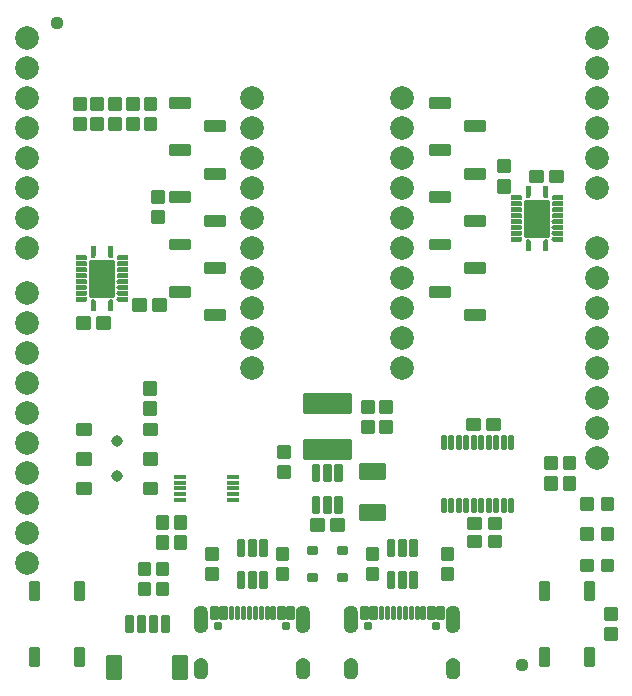
<source format=gts>
G04 EAGLE Gerber RS-274X export*
G75*
%MOMM*%
%FSLAX34Y34*%
%LPD*%
%INSoldermask Top*%
%IPPOS*%
%AMOC8*
5,1,8,0,0,1.08239X$1,22.5*%
G01*
%ADD10C,0.225588*%
%ADD11C,0.225369*%
%ADD12C,0.225400*%
%ADD13C,1.127000*%
%ADD14C,0.222250*%
%ADD15C,2.006600*%
%ADD16C,0.428259*%
%ADD17C,0.223409*%
%ADD18C,0.224509*%
%ADD19C,0.223519*%
%ADD20C,0.224709*%
%ADD21C,0.230578*%
%ADD22C,0.777000*%
%ADD23R,1.100000X0.400000*%
%ADD24C,0.977000*%
%ADD25C,0.227100*%
%ADD26C,0.228600*%
%ADD27C,0.239469*%

G36*
X260384Y42883D02*
X260384Y42883D01*
X260390Y42889D01*
X260395Y42885D01*
X261625Y43250D01*
X261630Y43257D01*
X261635Y43255D01*
X262754Y43885D01*
X262757Y43892D01*
X262763Y43891D01*
X263713Y44754D01*
X263714Y44762D01*
X263720Y44762D01*
X264454Y45815D01*
X264454Y45823D01*
X264459Y45825D01*
X264941Y47015D01*
X264939Y47020D01*
X264943Y47023D01*
X264942Y47024D01*
X264944Y47025D01*
X265149Y48292D01*
X265146Y48297D01*
X265149Y48300D01*
X265149Y60300D01*
X265146Y60304D01*
X265149Y60307D01*
X264994Y61429D01*
X264989Y61434D01*
X264992Y61438D01*
X264621Y62509D01*
X264615Y62513D01*
X264617Y62518D01*
X264044Y63495D01*
X264038Y63498D01*
X264039Y63503D01*
X263286Y64350D01*
X263279Y64352D01*
X263279Y64357D01*
X262376Y65041D01*
X262369Y65041D01*
X262368Y65046D01*
X261349Y65541D01*
X261342Y65539D01*
X261340Y65544D01*
X260243Y65831D01*
X260237Y65828D01*
X260234Y65832D01*
X259103Y65899D01*
X259097Y65899D01*
X257966Y65832D01*
X257961Y65827D01*
X257957Y65831D01*
X256860Y65544D01*
X256856Y65538D01*
X256851Y65541D01*
X255832Y65046D01*
X255829Y65040D01*
X255824Y65041D01*
X254921Y64357D01*
X254919Y64350D01*
X254914Y64350D01*
X254161Y63503D01*
X254161Y63496D01*
X254156Y63495D01*
X253583Y62518D01*
X253584Y62515D01*
X253583Y62514D01*
X253584Y62513D01*
X253584Y62511D01*
X253579Y62509D01*
X253208Y61438D01*
X253210Y61433D01*
X253207Y61431D01*
X253207Y61430D01*
X253206Y61429D01*
X253051Y60307D01*
X253054Y60302D01*
X253051Y60300D01*
X253051Y48300D01*
X253054Y48295D01*
X253051Y48292D01*
X253256Y47025D01*
X253262Y47019D01*
X253259Y47015D01*
X253741Y45825D01*
X253748Y45821D01*
X253746Y45815D01*
X254480Y44762D01*
X254488Y44760D01*
X254487Y44754D01*
X255437Y43891D01*
X255446Y43890D01*
X255446Y43885D01*
X256565Y43255D01*
X256573Y43256D01*
X256575Y43250D01*
X257805Y42885D01*
X257813Y42888D01*
X257816Y42883D01*
X259097Y42801D01*
X259101Y42804D01*
X259103Y42801D01*
X260384Y42883D01*
G37*
G36*
X300984Y42883D02*
X300984Y42883D01*
X300990Y42889D01*
X300995Y42885D01*
X302225Y43250D01*
X302230Y43257D01*
X302235Y43255D01*
X303354Y43885D01*
X303357Y43892D01*
X303363Y43891D01*
X304313Y44754D01*
X304314Y44762D01*
X304320Y44762D01*
X305054Y45815D01*
X305054Y45823D01*
X305059Y45825D01*
X305541Y47015D01*
X305539Y47020D01*
X305543Y47023D01*
X305542Y47024D01*
X305544Y47025D01*
X305749Y48292D01*
X305746Y48297D01*
X305749Y48300D01*
X305749Y60300D01*
X305746Y60304D01*
X305749Y60307D01*
X305594Y61429D01*
X305589Y61434D01*
X305592Y61438D01*
X305221Y62509D01*
X305215Y62513D01*
X305217Y62518D01*
X304644Y63495D01*
X304638Y63498D01*
X304639Y63503D01*
X303886Y64350D01*
X303879Y64352D01*
X303879Y64357D01*
X302976Y65041D01*
X302969Y65041D01*
X302968Y65046D01*
X301949Y65541D01*
X301942Y65539D01*
X301940Y65544D01*
X300843Y65831D01*
X300837Y65828D01*
X300834Y65832D01*
X299703Y65899D01*
X299697Y65899D01*
X298566Y65832D01*
X298561Y65827D01*
X298557Y65831D01*
X297460Y65544D01*
X297456Y65538D01*
X297451Y65541D01*
X296432Y65046D01*
X296429Y65040D01*
X296424Y65041D01*
X295521Y64357D01*
X295519Y64350D01*
X295514Y64350D01*
X294761Y63503D01*
X294761Y63496D01*
X294756Y63495D01*
X294183Y62518D01*
X294184Y62515D01*
X294183Y62514D01*
X294184Y62513D01*
X294184Y62511D01*
X294179Y62509D01*
X293808Y61438D01*
X293810Y61433D01*
X293807Y61431D01*
X293807Y61430D01*
X293806Y61429D01*
X293651Y60307D01*
X293654Y60302D01*
X293651Y60300D01*
X293651Y48300D01*
X293654Y48295D01*
X293651Y48292D01*
X293856Y47025D01*
X293862Y47019D01*
X293859Y47015D01*
X294341Y45825D01*
X294348Y45821D01*
X294346Y45815D01*
X295080Y44762D01*
X295088Y44760D01*
X295087Y44754D01*
X296037Y43891D01*
X296046Y43890D01*
X296046Y43885D01*
X297165Y43255D01*
X297173Y43256D01*
X297175Y43250D01*
X298405Y42885D01*
X298413Y42888D01*
X298416Y42883D01*
X299697Y42801D01*
X299701Y42804D01*
X299703Y42801D01*
X300984Y42883D01*
G37*
G36*
X387384Y42883D02*
X387384Y42883D01*
X387390Y42889D01*
X387395Y42885D01*
X388625Y43250D01*
X388630Y43257D01*
X388635Y43255D01*
X389754Y43885D01*
X389757Y43892D01*
X389763Y43891D01*
X390713Y44754D01*
X390714Y44762D01*
X390720Y44762D01*
X391454Y45815D01*
X391454Y45823D01*
X391459Y45825D01*
X391941Y47015D01*
X391939Y47020D01*
X391943Y47023D01*
X391942Y47024D01*
X391944Y47025D01*
X392149Y48292D01*
X392146Y48297D01*
X392149Y48300D01*
X392149Y60300D01*
X392146Y60304D01*
X392149Y60307D01*
X391994Y61429D01*
X391989Y61434D01*
X391992Y61438D01*
X391621Y62509D01*
X391615Y62513D01*
X391617Y62518D01*
X391044Y63495D01*
X391038Y63498D01*
X391039Y63503D01*
X390286Y64350D01*
X390279Y64352D01*
X390279Y64357D01*
X389376Y65041D01*
X389369Y65041D01*
X389368Y65046D01*
X388349Y65541D01*
X388342Y65539D01*
X388340Y65544D01*
X387243Y65831D01*
X387237Y65828D01*
X387234Y65832D01*
X386103Y65899D01*
X386097Y65899D01*
X384966Y65832D01*
X384961Y65827D01*
X384957Y65831D01*
X383860Y65544D01*
X383856Y65538D01*
X383851Y65541D01*
X382832Y65046D01*
X382829Y65040D01*
X382824Y65041D01*
X381921Y64357D01*
X381919Y64350D01*
X381914Y64350D01*
X381161Y63503D01*
X381161Y63496D01*
X381156Y63495D01*
X380583Y62518D01*
X380584Y62515D01*
X380583Y62514D01*
X380584Y62513D01*
X380584Y62511D01*
X380579Y62509D01*
X380208Y61438D01*
X380210Y61433D01*
X380207Y61431D01*
X380207Y61430D01*
X380206Y61429D01*
X380051Y60307D01*
X380054Y60302D01*
X380051Y60300D01*
X380051Y48300D01*
X380054Y48295D01*
X380051Y48292D01*
X380256Y47025D01*
X380262Y47019D01*
X380259Y47015D01*
X380741Y45825D01*
X380748Y45821D01*
X380746Y45815D01*
X381480Y44762D01*
X381488Y44760D01*
X381487Y44754D01*
X382437Y43891D01*
X382446Y43890D01*
X382446Y43885D01*
X383565Y43255D01*
X383573Y43256D01*
X383575Y43250D01*
X384805Y42885D01*
X384813Y42888D01*
X384816Y42883D01*
X386097Y42801D01*
X386101Y42804D01*
X386103Y42801D01*
X387384Y42883D01*
G37*
G36*
X173984Y42883D02*
X173984Y42883D01*
X173990Y42889D01*
X173995Y42885D01*
X175225Y43250D01*
X175230Y43257D01*
X175235Y43255D01*
X176354Y43885D01*
X176357Y43892D01*
X176363Y43891D01*
X177313Y44754D01*
X177314Y44762D01*
X177320Y44762D01*
X178054Y45815D01*
X178054Y45823D01*
X178059Y45825D01*
X178541Y47015D01*
X178539Y47020D01*
X178543Y47023D01*
X178542Y47024D01*
X178544Y47025D01*
X178749Y48292D01*
X178746Y48297D01*
X178749Y48300D01*
X178749Y60300D01*
X178746Y60304D01*
X178749Y60307D01*
X178594Y61429D01*
X178589Y61434D01*
X178592Y61438D01*
X178221Y62509D01*
X178215Y62513D01*
X178217Y62518D01*
X177644Y63495D01*
X177638Y63498D01*
X177639Y63503D01*
X176886Y64350D01*
X176879Y64352D01*
X176879Y64357D01*
X175976Y65041D01*
X175969Y65041D01*
X175968Y65046D01*
X174949Y65541D01*
X174942Y65539D01*
X174940Y65544D01*
X173843Y65831D01*
X173837Y65828D01*
X173834Y65832D01*
X172703Y65899D01*
X172697Y65899D01*
X171566Y65832D01*
X171561Y65827D01*
X171557Y65831D01*
X170460Y65544D01*
X170456Y65538D01*
X170451Y65541D01*
X169432Y65046D01*
X169429Y65040D01*
X169424Y65041D01*
X168521Y64357D01*
X168519Y64350D01*
X168514Y64350D01*
X167761Y63503D01*
X167761Y63496D01*
X167756Y63495D01*
X167183Y62518D01*
X167184Y62515D01*
X167183Y62514D01*
X167184Y62513D01*
X167184Y62511D01*
X167179Y62509D01*
X166808Y61438D01*
X166810Y61433D01*
X166807Y61431D01*
X166807Y61430D01*
X166806Y61429D01*
X166651Y60307D01*
X166654Y60302D01*
X166651Y60300D01*
X166651Y48300D01*
X166654Y48295D01*
X166651Y48292D01*
X166856Y47025D01*
X166862Y47019D01*
X166859Y47015D01*
X167341Y45825D01*
X167348Y45821D01*
X167346Y45815D01*
X168080Y44762D01*
X168088Y44760D01*
X168087Y44754D01*
X169037Y43891D01*
X169046Y43890D01*
X169046Y43885D01*
X170165Y43255D01*
X170173Y43256D01*
X170175Y43250D01*
X171405Y42885D01*
X171413Y42888D01*
X171416Y42883D01*
X172697Y42801D01*
X172701Y42804D01*
X172703Y42801D01*
X173984Y42883D01*
G37*
G36*
X300871Y3611D02*
X300871Y3611D01*
X300876Y3616D01*
X300880Y3613D01*
X302003Y3948D01*
X302007Y3954D01*
X302011Y3952D01*
X303047Y4500D01*
X303050Y4506D01*
X303055Y4505D01*
X303963Y5244D01*
X303965Y5251D01*
X303970Y5251D01*
X304717Y6153D01*
X304717Y6161D01*
X304723Y6161D01*
X305279Y7192D01*
X305278Y7199D01*
X305283Y7201D01*
X305627Y8320D01*
X305625Y8327D01*
X305629Y8330D01*
X305749Y9495D01*
X305747Y9498D01*
X305749Y9500D01*
X305749Y15500D01*
X305747Y15503D01*
X305749Y15505D01*
X305638Y16681D01*
X305633Y16686D01*
X305636Y16690D01*
X305298Y17822D01*
X305292Y17826D01*
X305294Y17831D01*
X304742Y18875D01*
X304735Y18878D01*
X304737Y18883D01*
X303991Y19799D01*
X303984Y19800D01*
X303984Y19806D01*
X303075Y20559D01*
X303067Y20559D01*
X303067Y20564D01*
X302027Y21125D01*
X302020Y21124D01*
X302018Y21129D01*
X300889Y21476D01*
X300883Y21474D01*
X300880Y21478D01*
X299705Y21599D01*
X299698Y21595D01*
X299694Y21599D01*
X298354Y21442D01*
X298348Y21437D01*
X298343Y21440D01*
X297072Y20989D01*
X297067Y20982D01*
X297062Y20984D01*
X295923Y20262D01*
X295920Y20254D01*
X295914Y20255D01*
X294964Y19297D01*
X294963Y19289D01*
X294957Y19288D01*
X294244Y18143D01*
X294245Y18135D01*
X294239Y18133D01*
X293799Y16857D01*
X293801Y16850D01*
X293797Y16847D01*
X293651Y15505D01*
X293653Y15502D01*
X293651Y15500D01*
X293651Y9500D01*
X293653Y9497D01*
X293651Y9494D01*
X293806Y8165D01*
X293812Y8159D01*
X293809Y8155D01*
X294256Y6894D01*
X294263Y6889D01*
X294261Y6884D01*
X294978Y5754D01*
X294985Y5751D01*
X294984Y5745D01*
X295935Y4803D01*
X295943Y4802D01*
X295943Y4796D01*
X297079Y4089D01*
X297087Y4090D01*
X297089Y4084D01*
X298354Y3648D01*
X298359Y3649D01*
X298360Y3649D01*
X298363Y3649D01*
X298365Y3645D01*
X299695Y3501D01*
X299701Y3505D01*
X299705Y3501D01*
X300871Y3611D01*
G37*
G36*
X173871Y3611D02*
X173871Y3611D01*
X173876Y3616D01*
X173880Y3613D01*
X175003Y3948D01*
X175007Y3954D01*
X175011Y3952D01*
X176047Y4500D01*
X176050Y4506D01*
X176055Y4505D01*
X176963Y5244D01*
X176965Y5251D01*
X176970Y5251D01*
X177717Y6153D01*
X177717Y6161D01*
X177723Y6161D01*
X178279Y7192D01*
X178278Y7199D01*
X178283Y7201D01*
X178627Y8320D01*
X178625Y8327D01*
X178629Y8330D01*
X178749Y9495D01*
X178747Y9498D01*
X178749Y9500D01*
X178749Y15500D01*
X178747Y15503D01*
X178749Y15505D01*
X178638Y16681D01*
X178633Y16686D01*
X178636Y16690D01*
X178298Y17822D01*
X178292Y17826D01*
X178294Y17831D01*
X177742Y18875D01*
X177735Y18878D01*
X177737Y18883D01*
X176991Y19799D01*
X176984Y19800D01*
X176984Y19806D01*
X176075Y20559D01*
X176067Y20559D01*
X176067Y20564D01*
X175027Y21125D01*
X175020Y21124D01*
X175018Y21129D01*
X173889Y21476D01*
X173883Y21474D01*
X173880Y21478D01*
X172705Y21599D01*
X172698Y21595D01*
X172694Y21599D01*
X171354Y21442D01*
X171348Y21437D01*
X171343Y21440D01*
X170072Y20989D01*
X170067Y20982D01*
X170062Y20984D01*
X168923Y20262D01*
X168920Y20254D01*
X168914Y20255D01*
X167964Y19297D01*
X167963Y19289D01*
X167957Y19288D01*
X167244Y18143D01*
X167245Y18135D01*
X167239Y18133D01*
X166799Y16857D01*
X166801Y16850D01*
X166797Y16847D01*
X166651Y15505D01*
X166653Y15502D01*
X166651Y15500D01*
X166651Y9500D01*
X166653Y9497D01*
X166651Y9494D01*
X166806Y8165D01*
X166812Y8159D01*
X166809Y8155D01*
X167256Y6894D01*
X167263Y6889D01*
X167261Y6884D01*
X167978Y5754D01*
X167985Y5751D01*
X167984Y5745D01*
X168935Y4803D01*
X168943Y4802D01*
X168943Y4796D01*
X170079Y4089D01*
X170087Y4090D01*
X170089Y4084D01*
X171354Y3648D01*
X171359Y3649D01*
X171360Y3649D01*
X171363Y3649D01*
X171365Y3645D01*
X172695Y3501D01*
X172701Y3505D01*
X172705Y3501D01*
X173871Y3611D01*
G37*
G36*
X260271Y3611D02*
X260271Y3611D01*
X260276Y3616D01*
X260280Y3613D01*
X261403Y3948D01*
X261407Y3954D01*
X261411Y3952D01*
X262447Y4500D01*
X262450Y4506D01*
X262455Y4505D01*
X263363Y5244D01*
X263365Y5251D01*
X263370Y5251D01*
X264117Y6153D01*
X264117Y6161D01*
X264123Y6161D01*
X264679Y7192D01*
X264678Y7199D01*
X264683Y7201D01*
X265027Y8320D01*
X265025Y8327D01*
X265029Y8330D01*
X265149Y9495D01*
X265147Y9498D01*
X265149Y9500D01*
X265149Y15500D01*
X265147Y15503D01*
X265149Y15505D01*
X265038Y16681D01*
X265033Y16686D01*
X265036Y16690D01*
X264698Y17822D01*
X264692Y17826D01*
X264694Y17831D01*
X264142Y18875D01*
X264135Y18878D01*
X264137Y18883D01*
X263391Y19799D01*
X263384Y19800D01*
X263384Y19806D01*
X262475Y20559D01*
X262467Y20559D01*
X262467Y20564D01*
X261427Y21125D01*
X261420Y21124D01*
X261418Y21129D01*
X260289Y21476D01*
X260283Y21474D01*
X260280Y21478D01*
X259105Y21599D01*
X259098Y21595D01*
X259094Y21599D01*
X257754Y21442D01*
X257748Y21437D01*
X257743Y21440D01*
X256472Y20989D01*
X256467Y20982D01*
X256462Y20984D01*
X255323Y20262D01*
X255320Y20254D01*
X255314Y20255D01*
X254364Y19297D01*
X254363Y19289D01*
X254357Y19288D01*
X253644Y18143D01*
X253645Y18135D01*
X253639Y18133D01*
X253199Y16857D01*
X253201Y16850D01*
X253197Y16847D01*
X253051Y15505D01*
X253053Y15502D01*
X253051Y15500D01*
X253051Y9500D01*
X253053Y9497D01*
X253051Y9494D01*
X253206Y8165D01*
X253212Y8159D01*
X253209Y8155D01*
X253656Y6894D01*
X253663Y6889D01*
X253661Y6884D01*
X254378Y5754D01*
X254385Y5751D01*
X254384Y5745D01*
X255335Y4803D01*
X255343Y4802D01*
X255343Y4796D01*
X256479Y4089D01*
X256487Y4090D01*
X256489Y4084D01*
X257754Y3648D01*
X257759Y3649D01*
X257760Y3649D01*
X257763Y3649D01*
X257765Y3645D01*
X259095Y3501D01*
X259101Y3505D01*
X259105Y3501D01*
X260271Y3611D01*
G37*
G36*
X387271Y3611D02*
X387271Y3611D01*
X387276Y3616D01*
X387280Y3613D01*
X388403Y3948D01*
X388407Y3954D01*
X388411Y3952D01*
X389447Y4500D01*
X389450Y4506D01*
X389455Y4505D01*
X390363Y5244D01*
X390365Y5251D01*
X390370Y5251D01*
X391117Y6153D01*
X391117Y6161D01*
X391123Y6161D01*
X391679Y7192D01*
X391678Y7199D01*
X391683Y7201D01*
X392027Y8320D01*
X392025Y8327D01*
X392029Y8330D01*
X392149Y9495D01*
X392147Y9498D01*
X392149Y9500D01*
X392149Y15500D01*
X392147Y15503D01*
X392149Y15505D01*
X392038Y16681D01*
X392033Y16686D01*
X392036Y16690D01*
X391698Y17822D01*
X391692Y17826D01*
X391694Y17831D01*
X391142Y18875D01*
X391135Y18878D01*
X391137Y18883D01*
X390391Y19799D01*
X390384Y19800D01*
X390384Y19806D01*
X389475Y20559D01*
X389467Y20559D01*
X389467Y20564D01*
X388427Y21125D01*
X388420Y21124D01*
X388418Y21129D01*
X387289Y21476D01*
X387283Y21474D01*
X387280Y21478D01*
X386105Y21599D01*
X386098Y21595D01*
X386094Y21599D01*
X384754Y21442D01*
X384748Y21437D01*
X384743Y21440D01*
X383472Y20989D01*
X383467Y20982D01*
X383462Y20984D01*
X382323Y20262D01*
X382320Y20254D01*
X382314Y20255D01*
X381364Y19297D01*
X381363Y19289D01*
X381357Y19288D01*
X380644Y18143D01*
X380645Y18135D01*
X380639Y18133D01*
X380199Y16857D01*
X380201Y16850D01*
X380197Y16847D01*
X380051Y15505D01*
X380053Y15502D01*
X380051Y15500D01*
X380051Y9500D01*
X380053Y9497D01*
X380051Y9494D01*
X380206Y8165D01*
X380212Y8159D01*
X380209Y8155D01*
X380656Y6894D01*
X380663Y6889D01*
X380661Y6884D01*
X381378Y5754D01*
X381385Y5751D01*
X381384Y5745D01*
X382335Y4803D01*
X382343Y4802D01*
X382343Y4796D01*
X383479Y4089D01*
X383487Y4090D01*
X383489Y4084D01*
X384754Y3648D01*
X384759Y3649D01*
X384760Y3649D01*
X384763Y3649D01*
X384765Y3645D01*
X386095Y3501D01*
X386101Y3505D01*
X386105Y3501D01*
X387271Y3611D01*
G37*
G36*
X74504Y323254D02*
X74504Y323254D01*
X74507Y323251D01*
X75043Y323328D01*
X75050Y323335D01*
X75056Y323332D01*
X75554Y323545D01*
X75558Y323553D01*
X75565Y323552D01*
X75990Y323887D01*
X75993Y323896D01*
X75999Y323896D01*
X76324Y324330D01*
X76324Y324339D01*
X76330Y324341D01*
X76532Y324844D01*
X76529Y324853D01*
X76535Y324856D01*
X76599Y325394D01*
X76595Y325402D01*
X76599Y325406D01*
X76535Y325944D01*
X76528Y325951D01*
X76532Y325956D01*
X76330Y326459D01*
X76322Y326464D01*
X76324Y326470D01*
X75999Y326904D01*
X75990Y326907D01*
X75990Y326913D01*
X75565Y327248D01*
X75555Y327248D01*
X75554Y327255D01*
X75056Y327468D01*
X75046Y327466D01*
X75043Y327472D01*
X74507Y327549D01*
X74502Y327546D01*
X74500Y327549D01*
X66750Y327499D01*
X66703Y327463D01*
X66708Y327456D01*
X66701Y327450D01*
X66701Y323300D01*
X66737Y323253D01*
X66744Y323258D01*
X66750Y323251D01*
X74500Y323251D01*
X74504Y323254D01*
G37*
G36*
X479350Y409101D02*
X479350Y409101D01*
X479398Y409137D01*
X479392Y409144D01*
X479399Y409150D01*
X479399Y413300D01*
X479363Y413347D01*
X479356Y413342D01*
X479350Y413349D01*
X471600Y413349D01*
X471596Y413346D01*
X471593Y413349D01*
X471057Y413272D01*
X471050Y413265D01*
X471044Y413268D01*
X470546Y413055D01*
X470542Y413047D01*
X470535Y413048D01*
X470110Y412713D01*
X470107Y412704D01*
X470101Y412704D01*
X469776Y412270D01*
X469776Y412261D01*
X469770Y412259D01*
X469569Y411756D01*
X469571Y411747D01*
X469565Y411744D01*
X469501Y411206D01*
X469505Y411198D01*
X469501Y411194D01*
X469565Y410656D01*
X469572Y410649D01*
X469569Y410644D01*
X469770Y410141D01*
X469778Y410136D01*
X469776Y410130D01*
X470101Y409696D01*
X470110Y409693D01*
X470110Y409687D01*
X470535Y409352D01*
X470545Y409352D01*
X470546Y409345D01*
X471044Y409132D01*
X471054Y409134D01*
X471057Y409128D01*
X471593Y409051D01*
X471598Y409054D01*
X471600Y409051D01*
X479350Y409101D01*
G37*
G36*
X479397Y404137D02*
X479397Y404137D01*
X479392Y404144D01*
X479399Y404150D01*
X479399Y408250D01*
X479363Y408297D01*
X479356Y408292D01*
X479350Y408299D01*
X471600Y408349D01*
X471596Y408346D01*
X471593Y408349D01*
X471057Y408272D01*
X471050Y408265D01*
X471044Y408268D01*
X470546Y408055D01*
X470542Y408047D01*
X470535Y408048D01*
X470110Y407713D01*
X470107Y407704D01*
X470101Y407704D01*
X469776Y407270D01*
X469776Y407261D01*
X469770Y407259D01*
X469569Y406756D01*
X469571Y406747D01*
X469565Y406744D01*
X469501Y406206D01*
X469506Y406198D01*
X469501Y406194D01*
X469571Y405663D01*
X469578Y405656D01*
X469574Y405651D01*
X469779Y405156D01*
X469787Y405151D01*
X469786Y405145D01*
X470111Y404720D01*
X470121Y404718D01*
X470120Y404711D01*
X470545Y404386D01*
X470555Y404386D01*
X470556Y404379D01*
X471051Y404174D01*
X471060Y404177D01*
X471063Y404171D01*
X471594Y404101D01*
X471598Y404104D01*
X471600Y404101D01*
X479350Y404101D01*
X479397Y404137D01*
G37*
G36*
X74504Y328254D02*
X74504Y328254D01*
X74507Y328251D01*
X75043Y328328D01*
X75050Y328335D01*
X75056Y328332D01*
X75554Y328545D01*
X75558Y328553D01*
X75565Y328552D01*
X75990Y328887D01*
X75993Y328896D01*
X75999Y328896D01*
X76324Y329330D01*
X76324Y329339D01*
X76330Y329341D01*
X76532Y329844D01*
X76529Y329853D01*
X76535Y329856D01*
X76599Y330394D01*
X76594Y330402D01*
X76599Y330406D01*
X76529Y330937D01*
X76522Y330944D01*
X76526Y330949D01*
X76321Y331444D01*
X76313Y331449D01*
X76314Y331455D01*
X75989Y331880D01*
X75980Y331882D01*
X75980Y331889D01*
X75555Y332214D01*
X75546Y332214D01*
X75544Y332221D01*
X75049Y332426D01*
X75040Y332423D01*
X75037Y332429D01*
X74506Y332499D01*
X74502Y332496D01*
X74500Y332499D01*
X66750Y332499D01*
X66703Y332463D01*
X66708Y332456D01*
X66701Y332450D01*
X66701Y328350D01*
X66737Y328303D01*
X66744Y328308D01*
X66750Y328301D01*
X74500Y328251D01*
X74504Y328254D01*
G37*
G36*
X442854Y399104D02*
X442854Y399104D01*
X442857Y399101D01*
X443380Y399177D01*
X443387Y399183D01*
X443393Y399180D01*
X443879Y399389D01*
X443883Y399397D01*
X443890Y399395D01*
X444305Y399722D01*
X444307Y399731D01*
X444314Y399731D01*
X444631Y400155D01*
X444631Y400164D01*
X444637Y400166D01*
X444833Y400657D01*
X444832Y400661D01*
X444835Y400663D01*
X444832Y400667D01*
X444836Y400669D01*
X444899Y401194D01*
X444894Y401202D01*
X444899Y401206D01*
X444829Y401737D01*
X444822Y401744D01*
X444826Y401749D01*
X444621Y402244D01*
X444613Y402249D01*
X444614Y402255D01*
X444289Y402680D01*
X444280Y402682D01*
X444280Y402689D01*
X443855Y403014D01*
X443846Y403014D01*
X443844Y403021D01*
X443349Y403226D01*
X443340Y403223D01*
X443337Y403229D01*
X442806Y403299D01*
X442802Y403296D01*
X442800Y403299D01*
X435050Y403299D01*
X435003Y403263D01*
X435008Y403256D01*
X435001Y403250D01*
X435001Y399150D01*
X435037Y399103D01*
X435044Y399108D01*
X435050Y399101D01*
X442850Y399101D01*
X442854Y399104D01*
G37*
G36*
X111097Y333337D02*
X111097Y333337D01*
X111092Y333344D01*
X111099Y333350D01*
X111099Y337450D01*
X111063Y337497D01*
X111056Y337492D01*
X111050Y337499D01*
X103250Y337499D01*
X103246Y337496D01*
X103243Y337499D01*
X102720Y337423D01*
X102713Y337417D01*
X102707Y337420D01*
X102221Y337211D01*
X102217Y337203D01*
X102210Y337205D01*
X101795Y336878D01*
X101793Y336869D01*
X101786Y336869D01*
X101469Y336445D01*
X101469Y336436D01*
X101463Y336434D01*
X101267Y335943D01*
X101269Y335934D01*
X101264Y335931D01*
X101201Y335406D01*
X101206Y335398D01*
X101201Y335394D01*
X101271Y334863D01*
X101278Y334856D01*
X101274Y334851D01*
X101479Y334356D01*
X101487Y334351D01*
X101486Y334345D01*
X101811Y333920D01*
X101821Y333918D01*
X101820Y333911D01*
X102245Y333586D01*
X102255Y333586D01*
X102256Y333579D01*
X102751Y333374D01*
X102760Y333377D01*
X102763Y333371D01*
X103294Y333301D01*
X103298Y333304D01*
X103300Y333301D01*
X111050Y333301D01*
X111097Y333337D01*
G37*
G36*
X451797Y366537D02*
X451797Y366537D01*
X451792Y366544D01*
X451799Y366550D01*
X451799Y374300D01*
X451796Y374304D01*
X451799Y374306D01*
X451729Y374837D01*
X451722Y374844D01*
X451726Y374849D01*
X451521Y375344D01*
X451513Y375349D01*
X451514Y375355D01*
X451189Y375780D01*
X451180Y375782D01*
X451180Y375789D01*
X450755Y376114D01*
X450746Y376114D01*
X450744Y376121D01*
X450249Y376326D01*
X450240Y376323D01*
X450237Y376329D01*
X449706Y376399D01*
X449698Y376394D01*
X449694Y376399D01*
X449163Y376329D01*
X449156Y376322D01*
X449151Y376326D01*
X448656Y376121D01*
X448651Y376113D01*
X448645Y376114D01*
X448220Y375789D01*
X448218Y375780D01*
X448211Y375780D01*
X447886Y375355D01*
X447886Y375346D01*
X447879Y375344D01*
X447674Y374849D01*
X447677Y374841D01*
X447672Y374837D01*
X447671Y374837D01*
X447601Y374306D01*
X447604Y374302D01*
X447601Y374300D01*
X447601Y366550D01*
X447637Y366503D01*
X447644Y366508D01*
X447650Y366501D01*
X451750Y366501D01*
X451797Y366537D01*
G37*
G36*
X83497Y315737D02*
X83497Y315737D01*
X83492Y315744D01*
X83499Y315750D01*
X83499Y323500D01*
X83496Y323504D01*
X83499Y323506D01*
X83429Y324037D01*
X83422Y324044D01*
X83426Y324049D01*
X83221Y324544D01*
X83213Y324549D01*
X83214Y324555D01*
X82889Y324980D01*
X82880Y324982D01*
X82880Y324989D01*
X82455Y325314D01*
X82446Y325314D01*
X82444Y325321D01*
X81949Y325526D01*
X81940Y325523D01*
X81937Y325529D01*
X81406Y325599D01*
X81398Y325594D01*
X81394Y325599D01*
X80863Y325529D01*
X80856Y325522D01*
X80851Y325526D01*
X80356Y325321D01*
X80351Y325313D01*
X80345Y325314D01*
X79920Y324989D01*
X79918Y324980D01*
X79911Y324980D01*
X79586Y324555D01*
X79586Y324546D01*
X79579Y324544D01*
X79374Y324049D01*
X79377Y324041D01*
X79372Y324037D01*
X79371Y324037D01*
X79301Y323506D01*
X79304Y323502D01*
X79301Y323500D01*
X79301Y315750D01*
X79337Y315703D01*
X79344Y315708D01*
X79350Y315701D01*
X83450Y315701D01*
X83497Y315737D01*
G37*
G36*
X466797Y366537D02*
X466797Y366537D01*
X466792Y366544D01*
X466799Y366550D01*
X466799Y374300D01*
X466796Y374304D01*
X466799Y374306D01*
X466729Y374837D01*
X466722Y374844D01*
X466726Y374849D01*
X466521Y375344D01*
X466513Y375349D01*
X466514Y375355D01*
X466189Y375780D01*
X466180Y375782D01*
X466180Y375789D01*
X465755Y376114D01*
X465746Y376114D01*
X465744Y376121D01*
X465249Y376326D01*
X465240Y376323D01*
X465237Y376329D01*
X464706Y376399D01*
X464698Y376394D01*
X464694Y376399D01*
X464163Y376329D01*
X464156Y376322D01*
X464151Y376326D01*
X463656Y376121D01*
X463651Y376113D01*
X463645Y376114D01*
X463220Y375789D01*
X463218Y375780D01*
X463211Y375780D01*
X462886Y375355D01*
X462886Y375346D01*
X462879Y375344D01*
X462674Y374849D01*
X462677Y374841D01*
X462672Y374837D01*
X462671Y374837D01*
X462601Y374306D01*
X462604Y374302D01*
X462601Y374300D01*
X462601Y366550D01*
X462637Y366503D01*
X462644Y366508D01*
X462650Y366501D01*
X466750Y366501D01*
X466797Y366537D01*
G37*
G36*
X98497Y315737D02*
X98497Y315737D01*
X98492Y315744D01*
X98499Y315750D01*
X98499Y323500D01*
X98496Y323504D01*
X98499Y323506D01*
X98429Y324037D01*
X98422Y324044D01*
X98426Y324049D01*
X98221Y324544D01*
X98213Y324549D01*
X98214Y324555D01*
X97889Y324980D01*
X97880Y324982D01*
X97880Y324989D01*
X97455Y325314D01*
X97446Y325314D01*
X97444Y325321D01*
X96949Y325526D01*
X96940Y325523D01*
X96937Y325529D01*
X96406Y325599D01*
X96398Y325594D01*
X96394Y325599D01*
X95863Y325529D01*
X95856Y325522D01*
X95851Y325526D01*
X95356Y325321D01*
X95351Y325313D01*
X95345Y325314D01*
X94920Y324989D01*
X94918Y324980D01*
X94911Y324980D01*
X94586Y324555D01*
X94586Y324546D01*
X94579Y324544D01*
X94374Y324049D01*
X94377Y324041D01*
X94372Y324037D01*
X94371Y324037D01*
X94301Y323506D01*
X94304Y323502D01*
X94301Y323500D01*
X94301Y315750D01*
X94337Y315703D01*
X94344Y315708D01*
X94350Y315701D01*
X98450Y315701D01*
X98497Y315737D01*
G37*
G36*
X442804Y384104D02*
X442804Y384104D01*
X442806Y384101D01*
X443337Y384171D01*
X443344Y384178D01*
X443349Y384174D01*
X443844Y384379D01*
X443849Y384387D01*
X443855Y384386D01*
X444280Y384711D01*
X444282Y384721D01*
X444289Y384720D01*
X444614Y385145D01*
X444614Y385155D01*
X444621Y385156D01*
X444826Y385651D01*
X444823Y385660D01*
X444825Y385660D01*
X444829Y385663D01*
X444899Y386194D01*
X444894Y386202D01*
X444899Y386206D01*
X444829Y386737D01*
X444822Y386744D01*
X444826Y386749D01*
X444621Y387244D01*
X444613Y387249D01*
X444614Y387255D01*
X444289Y387680D01*
X444280Y387682D01*
X444280Y387689D01*
X443855Y388014D01*
X443846Y388014D01*
X443844Y388021D01*
X443349Y388226D01*
X443340Y388223D01*
X443337Y388229D01*
X442806Y388299D01*
X442802Y388296D01*
X442800Y388299D01*
X435050Y388299D01*
X435003Y388263D01*
X435008Y388256D01*
X435001Y388250D01*
X435001Y384150D01*
X435037Y384103D01*
X435044Y384108D01*
X435050Y384101D01*
X442800Y384101D01*
X442804Y384104D01*
G37*
G36*
X442804Y379104D02*
X442804Y379104D01*
X442806Y379101D01*
X443337Y379171D01*
X443344Y379178D01*
X443349Y379174D01*
X443844Y379379D01*
X443849Y379387D01*
X443855Y379386D01*
X444280Y379711D01*
X444282Y379721D01*
X444289Y379720D01*
X444614Y380145D01*
X444614Y380155D01*
X444621Y380156D01*
X444826Y380651D01*
X444823Y380660D01*
X444825Y380660D01*
X444829Y380663D01*
X444899Y381194D01*
X444894Y381202D01*
X444899Y381206D01*
X444829Y381737D01*
X444822Y381744D01*
X444826Y381749D01*
X444621Y382244D01*
X444613Y382249D01*
X444614Y382255D01*
X444289Y382680D01*
X444280Y382682D01*
X444280Y382689D01*
X443855Y383014D01*
X443846Y383014D01*
X443844Y383021D01*
X443349Y383226D01*
X443340Y383223D01*
X443337Y383229D01*
X442806Y383299D01*
X442802Y383296D01*
X442800Y383299D01*
X435050Y383299D01*
X435003Y383263D01*
X435008Y383256D01*
X435001Y383250D01*
X435001Y379150D01*
X435037Y379103D01*
X435044Y379108D01*
X435050Y379101D01*
X442800Y379101D01*
X442804Y379104D01*
G37*
G36*
X442804Y374104D02*
X442804Y374104D01*
X442806Y374101D01*
X443337Y374171D01*
X443344Y374178D01*
X443349Y374174D01*
X443844Y374379D01*
X443849Y374387D01*
X443855Y374386D01*
X444280Y374711D01*
X444282Y374721D01*
X444289Y374720D01*
X444614Y375145D01*
X444614Y375155D01*
X444621Y375156D01*
X444826Y375651D01*
X444823Y375660D01*
X444825Y375660D01*
X444829Y375663D01*
X444899Y376194D01*
X444894Y376202D01*
X444899Y376206D01*
X444829Y376737D01*
X444822Y376744D01*
X444826Y376749D01*
X444621Y377244D01*
X444613Y377249D01*
X444614Y377255D01*
X444289Y377680D01*
X444280Y377682D01*
X444280Y377689D01*
X443855Y378014D01*
X443846Y378014D01*
X443844Y378021D01*
X443349Y378226D01*
X443340Y378223D01*
X443337Y378229D01*
X442806Y378299D01*
X442802Y378296D01*
X442800Y378299D01*
X435050Y378299D01*
X435003Y378263D01*
X435008Y378256D01*
X435001Y378250D01*
X435001Y374150D01*
X435037Y374103D01*
X435044Y374108D01*
X435050Y374101D01*
X442800Y374101D01*
X442804Y374104D01*
G37*
G36*
X96937Y360271D02*
X96937Y360271D01*
X96944Y360278D01*
X96949Y360274D01*
X97444Y360479D01*
X97449Y360487D01*
X97455Y360486D01*
X97880Y360811D01*
X97882Y360821D01*
X97889Y360820D01*
X98214Y361245D01*
X98214Y361255D01*
X98221Y361256D01*
X98426Y361751D01*
X98423Y361760D01*
X98425Y361760D01*
X98429Y361763D01*
X98499Y362294D01*
X98496Y362298D01*
X98499Y362300D01*
X98499Y370050D01*
X98463Y370097D01*
X98456Y370092D01*
X98450Y370099D01*
X94350Y370099D01*
X94303Y370063D01*
X94308Y370056D01*
X94301Y370050D01*
X94301Y362300D01*
X94304Y362296D01*
X94301Y362294D01*
X94371Y361763D01*
X94378Y361756D01*
X94374Y361751D01*
X94579Y361256D01*
X94587Y361251D01*
X94586Y361245D01*
X94911Y360820D01*
X94921Y360818D01*
X94920Y360811D01*
X95345Y360486D01*
X95355Y360486D01*
X95356Y360479D01*
X95851Y360274D01*
X95860Y360277D01*
X95863Y360271D01*
X96394Y360201D01*
X96402Y360206D01*
X96406Y360201D01*
X96937Y360271D01*
G37*
G36*
X81937Y360271D02*
X81937Y360271D01*
X81944Y360278D01*
X81949Y360274D01*
X82444Y360479D01*
X82449Y360487D01*
X82455Y360486D01*
X82880Y360811D01*
X82882Y360821D01*
X82889Y360820D01*
X83214Y361245D01*
X83214Y361255D01*
X83221Y361256D01*
X83426Y361751D01*
X83423Y361760D01*
X83425Y361760D01*
X83429Y361763D01*
X83499Y362294D01*
X83496Y362298D01*
X83499Y362300D01*
X83499Y370050D01*
X83463Y370097D01*
X83456Y370092D01*
X83450Y370099D01*
X79350Y370099D01*
X79303Y370063D01*
X79308Y370056D01*
X79301Y370050D01*
X79301Y362300D01*
X79304Y362296D01*
X79301Y362294D01*
X79371Y361763D01*
X79378Y361756D01*
X79374Y361751D01*
X79579Y361256D01*
X79587Y361251D01*
X79586Y361245D01*
X79911Y360820D01*
X79921Y360818D01*
X79920Y360811D01*
X80345Y360486D01*
X80355Y360486D01*
X80356Y360479D01*
X80851Y360274D01*
X80860Y360277D01*
X80863Y360271D01*
X81394Y360201D01*
X81402Y360206D01*
X81406Y360201D01*
X81937Y360271D01*
G37*
G36*
X74504Y358304D02*
X74504Y358304D01*
X74506Y358301D01*
X75037Y358371D01*
X75044Y358378D01*
X75049Y358374D01*
X75544Y358579D01*
X75549Y358587D01*
X75555Y358586D01*
X75980Y358911D01*
X75982Y358921D01*
X75989Y358920D01*
X76314Y359345D01*
X76314Y359355D01*
X76321Y359356D01*
X76526Y359851D01*
X76523Y359860D01*
X76525Y359860D01*
X76529Y359863D01*
X76599Y360394D01*
X76594Y360402D01*
X76599Y360406D01*
X76529Y360937D01*
X76522Y360944D01*
X76526Y360949D01*
X76321Y361444D01*
X76313Y361449D01*
X76314Y361455D01*
X75989Y361880D01*
X75980Y361882D01*
X75980Y361889D01*
X75555Y362214D01*
X75546Y362214D01*
X75544Y362221D01*
X75049Y362426D01*
X75040Y362423D01*
X75037Y362429D01*
X74506Y362499D01*
X74502Y362496D01*
X74500Y362499D01*
X66750Y362499D01*
X66703Y362463D01*
X66708Y362456D01*
X66701Y362450D01*
X66701Y358350D01*
X66737Y358303D01*
X66744Y358308D01*
X66750Y358301D01*
X74500Y358301D01*
X74504Y358304D01*
G37*
G36*
X465237Y411071D02*
X465237Y411071D01*
X465244Y411078D01*
X465249Y411074D01*
X465744Y411279D01*
X465749Y411287D01*
X465755Y411286D01*
X466180Y411611D01*
X466182Y411621D01*
X466189Y411620D01*
X466514Y412045D01*
X466514Y412055D01*
X466521Y412056D01*
X466726Y412551D01*
X466723Y412560D01*
X466725Y412560D01*
X466729Y412563D01*
X466799Y413094D01*
X466796Y413098D01*
X466799Y413100D01*
X466799Y420850D01*
X466763Y420897D01*
X466756Y420892D01*
X466750Y420899D01*
X462650Y420899D01*
X462603Y420863D01*
X462608Y420856D01*
X462601Y420850D01*
X462601Y413100D01*
X462604Y413096D01*
X462601Y413094D01*
X462671Y412563D01*
X462678Y412556D01*
X462674Y412551D01*
X462879Y412056D01*
X462887Y412051D01*
X462886Y412045D01*
X463211Y411620D01*
X463221Y411618D01*
X463220Y411611D01*
X463645Y411286D01*
X463655Y411286D01*
X463656Y411279D01*
X464151Y411074D01*
X464160Y411077D01*
X464163Y411071D01*
X464694Y411001D01*
X464702Y411006D01*
X464706Y411001D01*
X465237Y411071D01*
G37*
G36*
X74504Y348304D02*
X74504Y348304D01*
X74506Y348301D01*
X75037Y348371D01*
X75044Y348378D01*
X75049Y348374D01*
X75544Y348579D01*
X75549Y348587D01*
X75555Y348586D01*
X75980Y348911D01*
X75982Y348921D01*
X75989Y348920D01*
X76314Y349345D01*
X76314Y349355D01*
X76321Y349356D01*
X76526Y349851D01*
X76523Y349860D01*
X76525Y349860D01*
X76529Y349863D01*
X76599Y350394D01*
X76594Y350402D01*
X76599Y350406D01*
X76529Y350937D01*
X76522Y350944D01*
X76526Y350949D01*
X76321Y351444D01*
X76313Y351449D01*
X76314Y351455D01*
X75989Y351880D01*
X75980Y351882D01*
X75980Y351889D01*
X75555Y352214D01*
X75546Y352214D01*
X75544Y352221D01*
X75049Y352426D01*
X75040Y352423D01*
X75037Y352429D01*
X74506Y352499D01*
X74502Y352496D01*
X74500Y352499D01*
X66750Y352499D01*
X66703Y352463D01*
X66708Y352456D01*
X66701Y352450D01*
X66701Y348350D01*
X66737Y348303D01*
X66744Y348308D01*
X66750Y348301D01*
X74500Y348301D01*
X74504Y348304D01*
G37*
G36*
X74504Y343304D02*
X74504Y343304D01*
X74506Y343301D01*
X75037Y343371D01*
X75044Y343378D01*
X75049Y343374D01*
X75544Y343579D01*
X75549Y343587D01*
X75555Y343586D01*
X75980Y343911D01*
X75982Y343921D01*
X75989Y343920D01*
X76314Y344345D01*
X76314Y344355D01*
X76321Y344356D01*
X76526Y344851D01*
X76523Y344860D01*
X76525Y344860D01*
X76529Y344863D01*
X76599Y345394D01*
X76594Y345402D01*
X76599Y345406D01*
X76529Y345937D01*
X76522Y345944D01*
X76526Y345949D01*
X76321Y346444D01*
X76313Y346449D01*
X76314Y346455D01*
X75989Y346880D01*
X75980Y346882D01*
X75980Y346889D01*
X75555Y347214D01*
X75546Y347214D01*
X75544Y347221D01*
X75049Y347426D01*
X75040Y347423D01*
X75037Y347429D01*
X74506Y347499D01*
X74502Y347496D01*
X74500Y347499D01*
X66750Y347499D01*
X66703Y347463D01*
X66708Y347456D01*
X66701Y347450D01*
X66701Y343350D01*
X66737Y343303D01*
X66744Y343308D01*
X66750Y343301D01*
X74500Y343301D01*
X74504Y343304D01*
G37*
G36*
X74504Y338304D02*
X74504Y338304D01*
X74506Y338301D01*
X75037Y338371D01*
X75044Y338378D01*
X75049Y338374D01*
X75544Y338579D01*
X75549Y338587D01*
X75555Y338586D01*
X75980Y338911D01*
X75982Y338921D01*
X75989Y338920D01*
X76314Y339345D01*
X76314Y339355D01*
X76321Y339356D01*
X76526Y339851D01*
X76523Y339860D01*
X76525Y339860D01*
X76529Y339863D01*
X76599Y340394D01*
X76594Y340402D01*
X76599Y340406D01*
X76529Y340937D01*
X76522Y340944D01*
X76526Y340949D01*
X76321Y341444D01*
X76313Y341449D01*
X76314Y341455D01*
X75989Y341880D01*
X75980Y341882D01*
X75980Y341889D01*
X75555Y342214D01*
X75546Y342214D01*
X75544Y342221D01*
X75049Y342426D01*
X75040Y342423D01*
X75037Y342429D01*
X74506Y342499D01*
X74502Y342496D01*
X74500Y342499D01*
X66750Y342499D01*
X66703Y342463D01*
X66708Y342456D01*
X66701Y342450D01*
X66701Y338350D01*
X66737Y338303D01*
X66744Y338308D01*
X66750Y338301D01*
X74500Y338301D01*
X74504Y338304D01*
G37*
G36*
X74504Y333304D02*
X74504Y333304D01*
X74506Y333301D01*
X75037Y333371D01*
X75044Y333378D01*
X75049Y333374D01*
X75544Y333579D01*
X75549Y333587D01*
X75555Y333586D01*
X75980Y333911D01*
X75982Y333921D01*
X75989Y333920D01*
X76314Y334345D01*
X76314Y334355D01*
X76321Y334356D01*
X76526Y334851D01*
X76523Y334860D01*
X76525Y334860D01*
X76529Y334863D01*
X76599Y335394D01*
X76594Y335402D01*
X76599Y335406D01*
X76529Y335937D01*
X76522Y335944D01*
X76526Y335949D01*
X76321Y336444D01*
X76313Y336449D01*
X76314Y336455D01*
X75989Y336880D01*
X75980Y336882D01*
X75980Y336889D01*
X75555Y337214D01*
X75546Y337214D01*
X75544Y337221D01*
X75049Y337426D01*
X75040Y337423D01*
X75037Y337429D01*
X74506Y337499D01*
X74502Y337496D01*
X74500Y337499D01*
X66750Y337499D01*
X66703Y337463D01*
X66708Y337456D01*
X66701Y337450D01*
X66701Y333350D01*
X66737Y333303D01*
X66744Y333308D01*
X66750Y333301D01*
X74500Y333301D01*
X74504Y333304D01*
G37*
G36*
X74504Y353304D02*
X74504Y353304D01*
X74506Y353301D01*
X75037Y353371D01*
X75044Y353378D01*
X75049Y353374D01*
X75544Y353579D01*
X75549Y353587D01*
X75555Y353586D01*
X75980Y353911D01*
X75982Y353921D01*
X75989Y353920D01*
X76314Y354345D01*
X76314Y354355D01*
X76321Y354356D01*
X76526Y354851D01*
X76523Y354860D01*
X76525Y354860D01*
X76529Y354863D01*
X76599Y355394D01*
X76594Y355402D01*
X76599Y355406D01*
X76529Y355937D01*
X76522Y355944D01*
X76526Y355949D01*
X76321Y356444D01*
X76313Y356449D01*
X76314Y356455D01*
X75989Y356880D01*
X75980Y356882D01*
X75980Y356889D01*
X75555Y357214D01*
X75546Y357214D01*
X75544Y357221D01*
X75049Y357426D01*
X75040Y357423D01*
X75037Y357429D01*
X74506Y357499D01*
X74502Y357496D01*
X74500Y357499D01*
X66750Y357499D01*
X66703Y357463D01*
X66708Y357456D01*
X66701Y357450D01*
X66701Y353350D01*
X66737Y353303D01*
X66744Y353308D01*
X66750Y353301D01*
X74500Y353301D01*
X74504Y353304D01*
G37*
G36*
X450237Y411071D02*
X450237Y411071D01*
X450244Y411078D01*
X450249Y411074D01*
X450744Y411279D01*
X450749Y411287D01*
X450755Y411286D01*
X451180Y411611D01*
X451182Y411621D01*
X451189Y411620D01*
X451514Y412045D01*
X451514Y412055D01*
X451521Y412056D01*
X451726Y412551D01*
X451723Y412560D01*
X451725Y412560D01*
X451729Y412563D01*
X451799Y413094D01*
X451796Y413098D01*
X451799Y413100D01*
X451799Y420850D01*
X451763Y420897D01*
X451756Y420892D01*
X451750Y420899D01*
X447650Y420899D01*
X447603Y420863D01*
X447608Y420856D01*
X447601Y420850D01*
X447601Y413100D01*
X447604Y413096D01*
X447601Y413094D01*
X447671Y412563D01*
X447678Y412556D01*
X447674Y412551D01*
X447879Y412056D01*
X447887Y412051D01*
X447886Y412045D01*
X448211Y411620D01*
X448221Y411618D01*
X448220Y411611D01*
X448645Y411286D01*
X448655Y411286D01*
X448656Y411279D01*
X449151Y411074D01*
X449160Y411077D01*
X449163Y411071D01*
X449694Y411001D01*
X449702Y411006D01*
X449706Y411001D01*
X450237Y411071D01*
G37*
G36*
X442804Y404104D02*
X442804Y404104D01*
X442806Y404101D01*
X443337Y404171D01*
X443344Y404178D01*
X443349Y404174D01*
X443844Y404379D01*
X443849Y404387D01*
X443855Y404386D01*
X444280Y404711D01*
X444282Y404721D01*
X444289Y404720D01*
X444614Y405145D01*
X444614Y405155D01*
X444621Y405156D01*
X444826Y405651D01*
X444823Y405660D01*
X444825Y405660D01*
X444829Y405663D01*
X444899Y406194D01*
X444894Y406202D01*
X444899Y406206D01*
X444829Y406737D01*
X444822Y406744D01*
X444826Y406749D01*
X444621Y407244D01*
X444613Y407249D01*
X444614Y407255D01*
X444289Y407680D01*
X444280Y407682D01*
X444280Y407689D01*
X443855Y408014D01*
X443846Y408014D01*
X443844Y408021D01*
X443349Y408226D01*
X443340Y408223D01*
X443337Y408229D01*
X442806Y408299D01*
X442802Y408296D01*
X442800Y408299D01*
X435050Y408299D01*
X435003Y408263D01*
X435008Y408256D01*
X435001Y408250D01*
X435001Y404150D01*
X435037Y404103D01*
X435044Y404108D01*
X435050Y404101D01*
X442800Y404101D01*
X442804Y404104D01*
G37*
G36*
X442804Y394104D02*
X442804Y394104D01*
X442806Y394101D01*
X443337Y394171D01*
X443344Y394178D01*
X443349Y394174D01*
X443844Y394379D01*
X443849Y394387D01*
X443855Y394386D01*
X444280Y394711D01*
X444282Y394721D01*
X444289Y394720D01*
X444614Y395145D01*
X444614Y395155D01*
X444621Y395156D01*
X444826Y395651D01*
X444823Y395660D01*
X444825Y395660D01*
X444829Y395663D01*
X444899Y396194D01*
X444894Y396202D01*
X444899Y396206D01*
X444829Y396737D01*
X444822Y396744D01*
X444826Y396749D01*
X444621Y397244D01*
X444613Y397249D01*
X444614Y397255D01*
X444289Y397680D01*
X444280Y397682D01*
X444280Y397689D01*
X443855Y398014D01*
X443846Y398014D01*
X443844Y398021D01*
X443349Y398226D01*
X443340Y398223D01*
X443337Y398229D01*
X442806Y398299D01*
X442802Y398296D01*
X442800Y398299D01*
X435050Y398299D01*
X435003Y398263D01*
X435008Y398256D01*
X435001Y398250D01*
X435001Y394150D01*
X435037Y394103D01*
X435044Y394108D01*
X435050Y394101D01*
X442800Y394101D01*
X442804Y394104D01*
G37*
G36*
X442804Y389104D02*
X442804Y389104D01*
X442806Y389101D01*
X443337Y389171D01*
X443344Y389178D01*
X443349Y389174D01*
X443844Y389379D01*
X443849Y389387D01*
X443855Y389386D01*
X444280Y389711D01*
X444282Y389721D01*
X444289Y389720D01*
X444614Y390145D01*
X444614Y390155D01*
X444621Y390156D01*
X444826Y390651D01*
X444823Y390660D01*
X444825Y390660D01*
X444829Y390663D01*
X444899Y391194D01*
X444894Y391202D01*
X444899Y391206D01*
X444829Y391737D01*
X444822Y391744D01*
X444826Y391749D01*
X444621Y392244D01*
X444613Y392249D01*
X444614Y392255D01*
X444289Y392680D01*
X444280Y392682D01*
X444280Y392689D01*
X443855Y393014D01*
X443846Y393014D01*
X443844Y393021D01*
X443349Y393226D01*
X443340Y393223D01*
X443337Y393229D01*
X442806Y393299D01*
X442802Y393296D01*
X442800Y393299D01*
X435050Y393299D01*
X435003Y393263D01*
X435008Y393256D01*
X435001Y393250D01*
X435001Y389150D01*
X435037Y389103D01*
X435044Y389108D01*
X435050Y389101D01*
X442800Y389101D01*
X442804Y389104D01*
G37*
G36*
X111097Y328337D02*
X111097Y328337D01*
X111092Y328344D01*
X111099Y328350D01*
X111099Y332450D01*
X111063Y332497D01*
X111056Y332492D01*
X111050Y332499D01*
X103300Y332499D01*
X103296Y332496D01*
X103294Y332499D01*
X102763Y332429D01*
X102756Y332422D01*
X102751Y332426D01*
X102256Y332221D01*
X102251Y332213D01*
X102245Y332214D01*
X101820Y331889D01*
X101818Y331880D01*
X101811Y331880D01*
X101486Y331455D01*
X101486Y331446D01*
X101479Y331444D01*
X101274Y330949D01*
X101277Y330940D01*
X101271Y330937D01*
X101201Y330406D01*
X101206Y330398D01*
X101201Y330394D01*
X101271Y329863D01*
X101278Y329856D01*
X101274Y329851D01*
X101479Y329356D01*
X101487Y329351D01*
X101486Y329345D01*
X101811Y328920D01*
X101821Y328918D01*
X101820Y328911D01*
X102245Y328586D01*
X102255Y328586D01*
X102256Y328579D01*
X102751Y328374D01*
X102760Y328377D01*
X102763Y328371D01*
X103294Y328301D01*
X103298Y328304D01*
X103300Y328301D01*
X111050Y328301D01*
X111097Y328337D01*
G37*
G36*
X479397Y374137D02*
X479397Y374137D01*
X479392Y374144D01*
X479399Y374150D01*
X479399Y378250D01*
X479363Y378297D01*
X479356Y378292D01*
X479350Y378299D01*
X471600Y378299D01*
X471596Y378296D01*
X471594Y378299D01*
X471063Y378229D01*
X471056Y378222D01*
X471051Y378226D01*
X470556Y378021D01*
X470551Y378013D01*
X470545Y378014D01*
X470120Y377689D01*
X470118Y377680D01*
X470111Y377680D01*
X469786Y377255D01*
X469786Y377246D01*
X469779Y377244D01*
X469574Y376749D01*
X469577Y376740D01*
X469571Y376737D01*
X469501Y376206D01*
X469506Y376198D01*
X469501Y376194D01*
X469571Y375663D01*
X469578Y375656D01*
X469574Y375651D01*
X469779Y375156D01*
X469787Y375151D01*
X469786Y375145D01*
X470111Y374720D01*
X470121Y374718D01*
X470120Y374711D01*
X470545Y374386D01*
X470555Y374386D01*
X470556Y374379D01*
X471051Y374174D01*
X471060Y374177D01*
X471063Y374171D01*
X471594Y374101D01*
X471598Y374104D01*
X471600Y374101D01*
X479350Y374101D01*
X479397Y374137D01*
G37*
G36*
X479397Y379137D02*
X479397Y379137D01*
X479392Y379144D01*
X479399Y379150D01*
X479399Y383250D01*
X479363Y383297D01*
X479356Y383292D01*
X479350Y383299D01*
X471600Y383299D01*
X471596Y383296D01*
X471594Y383299D01*
X471063Y383229D01*
X471056Y383222D01*
X471051Y383226D01*
X470556Y383021D01*
X470551Y383013D01*
X470545Y383014D01*
X470120Y382689D01*
X470118Y382680D01*
X470111Y382680D01*
X469786Y382255D01*
X469786Y382246D01*
X469779Y382244D01*
X469574Y381749D01*
X469577Y381740D01*
X469571Y381737D01*
X469501Y381206D01*
X469506Y381198D01*
X469501Y381194D01*
X469571Y380663D01*
X469578Y380656D01*
X469574Y380651D01*
X469779Y380156D01*
X469787Y380151D01*
X469786Y380145D01*
X470111Y379720D01*
X470121Y379718D01*
X470120Y379711D01*
X470545Y379386D01*
X470555Y379386D01*
X470556Y379379D01*
X471051Y379174D01*
X471060Y379177D01*
X471063Y379171D01*
X471594Y379101D01*
X471598Y379104D01*
X471600Y379101D01*
X479350Y379101D01*
X479397Y379137D01*
G37*
G36*
X479397Y384137D02*
X479397Y384137D01*
X479392Y384144D01*
X479399Y384150D01*
X479399Y388250D01*
X479363Y388297D01*
X479356Y388292D01*
X479350Y388299D01*
X471600Y388299D01*
X471596Y388296D01*
X471594Y388299D01*
X471063Y388229D01*
X471056Y388222D01*
X471051Y388226D01*
X470556Y388021D01*
X470551Y388013D01*
X470545Y388014D01*
X470120Y387689D01*
X470118Y387680D01*
X470111Y387680D01*
X469786Y387255D01*
X469786Y387246D01*
X469779Y387244D01*
X469574Y386749D01*
X469577Y386740D01*
X469571Y386737D01*
X469501Y386206D01*
X469506Y386198D01*
X469501Y386194D01*
X469571Y385663D01*
X469578Y385656D01*
X469574Y385651D01*
X469779Y385156D01*
X469787Y385151D01*
X469786Y385145D01*
X470111Y384720D01*
X470121Y384718D01*
X470120Y384711D01*
X470545Y384386D01*
X470555Y384386D01*
X470556Y384379D01*
X471051Y384174D01*
X471060Y384177D01*
X471063Y384171D01*
X471594Y384101D01*
X471598Y384104D01*
X471600Y384101D01*
X479350Y384101D01*
X479397Y384137D01*
G37*
G36*
X479397Y389137D02*
X479397Y389137D01*
X479392Y389144D01*
X479399Y389150D01*
X479399Y393250D01*
X479363Y393297D01*
X479356Y393292D01*
X479350Y393299D01*
X471600Y393299D01*
X471596Y393296D01*
X471594Y393299D01*
X471063Y393229D01*
X471056Y393222D01*
X471051Y393226D01*
X470556Y393021D01*
X470551Y393013D01*
X470545Y393014D01*
X470120Y392689D01*
X470118Y392680D01*
X470111Y392680D01*
X469786Y392255D01*
X469786Y392246D01*
X469779Y392244D01*
X469574Y391749D01*
X469577Y391740D01*
X469571Y391737D01*
X469501Y391206D01*
X469506Y391198D01*
X469501Y391194D01*
X469571Y390663D01*
X469578Y390656D01*
X469574Y390651D01*
X469779Y390156D01*
X469787Y390151D01*
X469786Y390145D01*
X470111Y389720D01*
X470121Y389718D01*
X470120Y389711D01*
X470545Y389386D01*
X470555Y389386D01*
X470556Y389379D01*
X471051Y389174D01*
X471060Y389177D01*
X471063Y389171D01*
X471594Y389101D01*
X471598Y389104D01*
X471600Y389101D01*
X479350Y389101D01*
X479397Y389137D01*
G37*
G36*
X479397Y394137D02*
X479397Y394137D01*
X479392Y394144D01*
X479399Y394150D01*
X479399Y398250D01*
X479363Y398297D01*
X479356Y398292D01*
X479350Y398299D01*
X471600Y398299D01*
X471596Y398296D01*
X471594Y398299D01*
X471063Y398229D01*
X471056Y398222D01*
X471051Y398226D01*
X470556Y398021D01*
X470551Y398013D01*
X470545Y398014D01*
X470120Y397689D01*
X470118Y397680D01*
X470111Y397680D01*
X469786Y397255D01*
X469786Y397246D01*
X469779Y397244D01*
X469574Y396749D01*
X469577Y396740D01*
X469571Y396737D01*
X469501Y396206D01*
X469506Y396198D01*
X469501Y396194D01*
X469571Y395663D01*
X469578Y395656D01*
X469574Y395651D01*
X469779Y395156D01*
X469787Y395151D01*
X469786Y395145D01*
X470111Y394720D01*
X470121Y394718D01*
X470120Y394711D01*
X470545Y394386D01*
X470555Y394386D01*
X470556Y394379D01*
X471051Y394174D01*
X471060Y394177D01*
X471063Y394171D01*
X471594Y394101D01*
X471598Y394104D01*
X471600Y394101D01*
X479350Y394101D01*
X479397Y394137D01*
G37*
G36*
X111097Y343337D02*
X111097Y343337D01*
X111092Y343344D01*
X111099Y343350D01*
X111099Y347450D01*
X111063Y347497D01*
X111056Y347492D01*
X111050Y347499D01*
X103300Y347499D01*
X103296Y347496D01*
X103294Y347499D01*
X102763Y347429D01*
X102756Y347422D01*
X102751Y347426D01*
X102256Y347221D01*
X102251Y347213D01*
X102245Y347214D01*
X101820Y346889D01*
X101818Y346880D01*
X101811Y346880D01*
X101486Y346455D01*
X101486Y346446D01*
X101479Y346444D01*
X101274Y345949D01*
X101277Y345940D01*
X101271Y345937D01*
X101201Y345406D01*
X101206Y345398D01*
X101201Y345394D01*
X101271Y344863D01*
X101278Y344856D01*
X101274Y344851D01*
X101479Y344356D01*
X101487Y344351D01*
X101486Y344345D01*
X101811Y343920D01*
X101821Y343918D01*
X101820Y343911D01*
X102245Y343586D01*
X102255Y343586D01*
X102256Y343579D01*
X102751Y343374D01*
X102760Y343377D01*
X102763Y343371D01*
X103294Y343301D01*
X103298Y343304D01*
X103300Y343301D01*
X111050Y343301D01*
X111097Y343337D01*
G37*
G36*
X479397Y399137D02*
X479397Y399137D01*
X479392Y399144D01*
X479399Y399150D01*
X479399Y403250D01*
X479363Y403297D01*
X479356Y403292D01*
X479350Y403299D01*
X471600Y403299D01*
X471596Y403296D01*
X471594Y403299D01*
X471063Y403229D01*
X471056Y403222D01*
X471051Y403226D01*
X470556Y403021D01*
X470551Y403013D01*
X470545Y403014D01*
X470120Y402689D01*
X470118Y402680D01*
X470111Y402680D01*
X469786Y402255D01*
X469786Y402246D01*
X469779Y402244D01*
X469574Y401749D01*
X469577Y401740D01*
X469571Y401737D01*
X469501Y401206D01*
X469506Y401198D01*
X469501Y401194D01*
X469571Y400663D01*
X469578Y400656D01*
X469574Y400651D01*
X469779Y400156D01*
X469787Y400151D01*
X469786Y400145D01*
X470111Y399720D01*
X470121Y399718D01*
X470120Y399711D01*
X470545Y399386D01*
X470555Y399386D01*
X470556Y399379D01*
X471051Y399174D01*
X471060Y399177D01*
X471063Y399171D01*
X471594Y399101D01*
X471598Y399104D01*
X471600Y399101D01*
X479350Y399101D01*
X479397Y399137D01*
G37*
G36*
X111097Y353337D02*
X111097Y353337D01*
X111092Y353344D01*
X111099Y353350D01*
X111099Y357450D01*
X111063Y357497D01*
X111056Y357492D01*
X111050Y357499D01*
X103300Y357499D01*
X103296Y357496D01*
X103294Y357499D01*
X102763Y357429D01*
X102756Y357422D01*
X102751Y357426D01*
X102256Y357221D01*
X102251Y357213D01*
X102245Y357214D01*
X101820Y356889D01*
X101818Y356880D01*
X101811Y356880D01*
X101486Y356455D01*
X101486Y356446D01*
X101479Y356444D01*
X101274Y355949D01*
X101277Y355940D01*
X101271Y355937D01*
X101201Y355406D01*
X101206Y355398D01*
X101201Y355394D01*
X101271Y354863D01*
X101278Y354856D01*
X101274Y354851D01*
X101479Y354356D01*
X101487Y354351D01*
X101486Y354345D01*
X101811Y353920D01*
X101821Y353918D01*
X101820Y353911D01*
X102245Y353586D01*
X102255Y353586D01*
X102256Y353579D01*
X102751Y353374D01*
X102760Y353377D01*
X102763Y353371D01*
X103294Y353301D01*
X103298Y353304D01*
X103300Y353301D01*
X111050Y353301D01*
X111097Y353337D01*
G37*
G36*
X111097Y338337D02*
X111097Y338337D01*
X111092Y338344D01*
X111099Y338350D01*
X111099Y342450D01*
X111063Y342497D01*
X111056Y342492D01*
X111050Y342499D01*
X103300Y342499D01*
X103296Y342496D01*
X103294Y342499D01*
X102763Y342429D01*
X102756Y342422D01*
X102751Y342426D01*
X102256Y342221D01*
X102251Y342213D01*
X102245Y342214D01*
X101820Y341889D01*
X101818Y341880D01*
X101811Y341880D01*
X101486Y341455D01*
X101486Y341446D01*
X101479Y341444D01*
X101274Y340949D01*
X101277Y340940D01*
X101271Y340937D01*
X101201Y340406D01*
X101206Y340398D01*
X101201Y340394D01*
X101271Y339863D01*
X101278Y339856D01*
X101274Y339851D01*
X101479Y339356D01*
X101487Y339351D01*
X101486Y339345D01*
X101811Y338920D01*
X101821Y338918D01*
X101820Y338911D01*
X102245Y338586D01*
X102255Y338586D01*
X102256Y338579D01*
X102751Y338374D01*
X102760Y338377D01*
X102763Y338371D01*
X103294Y338301D01*
X103298Y338304D01*
X103300Y338301D01*
X111050Y338301D01*
X111097Y338337D01*
G37*
G36*
X111097Y358337D02*
X111097Y358337D01*
X111092Y358344D01*
X111099Y358350D01*
X111099Y362450D01*
X111063Y362497D01*
X111056Y362492D01*
X111050Y362499D01*
X103300Y362499D01*
X103296Y362496D01*
X103294Y362499D01*
X102763Y362429D01*
X102756Y362422D01*
X102751Y362426D01*
X102256Y362221D01*
X102251Y362213D01*
X102245Y362214D01*
X101820Y361889D01*
X101818Y361880D01*
X101811Y361880D01*
X101486Y361455D01*
X101486Y361446D01*
X101479Y361444D01*
X101274Y360949D01*
X101277Y360940D01*
X101271Y360937D01*
X101201Y360406D01*
X101206Y360398D01*
X101201Y360394D01*
X101271Y359863D01*
X101278Y359856D01*
X101274Y359851D01*
X101479Y359356D01*
X101487Y359351D01*
X101486Y359345D01*
X101811Y358920D01*
X101821Y358918D01*
X101820Y358911D01*
X102245Y358586D01*
X102255Y358586D01*
X102256Y358579D01*
X102751Y358374D01*
X102760Y358377D01*
X102763Y358371D01*
X103294Y358301D01*
X103298Y358304D01*
X103300Y358301D01*
X111050Y358301D01*
X111097Y358337D01*
G37*
G36*
X111097Y348337D02*
X111097Y348337D01*
X111092Y348344D01*
X111099Y348350D01*
X111099Y352450D01*
X111063Y352497D01*
X111056Y352492D01*
X111050Y352499D01*
X103300Y352499D01*
X103296Y352496D01*
X103294Y352499D01*
X102763Y352429D01*
X102756Y352422D01*
X102751Y352426D01*
X102256Y352221D01*
X102251Y352213D01*
X102245Y352214D01*
X101820Y351889D01*
X101818Y351880D01*
X101811Y351880D01*
X101486Y351455D01*
X101486Y351446D01*
X101479Y351444D01*
X101274Y350949D01*
X101277Y350940D01*
X101271Y350937D01*
X101201Y350406D01*
X101206Y350398D01*
X101201Y350394D01*
X101271Y349863D01*
X101278Y349856D01*
X101274Y349851D01*
X101479Y349356D01*
X101487Y349351D01*
X101486Y349345D01*
X101811Y348920D01*
X101821Y348918D01*
X101820Y348911D01*
X102245Y348586D01*
X102255Y348586D01*
X102256Y348579D01*
X102751Y348374D01*
X102760Y348377D01*
X102763Y348371D01*
X103294Y348301D01*
X103298Y348304D01*
X103300Y348301D01*
X111050Y348301D01*
X111097Y348337D01*
G37*
G36*
X442804Y409104D02*
X442804Y409104D01*
X442806Y409101D01*
X443337Y409171D01*
X443344Y409178D01*
X443349Y409174D01*
X443844Y409379D01*
X443849Y409387D01*
X443855Y409386D01*
X444280Y409711D01*
X444282Y409721D01*
X444289Y409720D01*
X444614Y410145D01*
X444614Y410155D01*
X444621Y410156D01*
X444826Y410651D01*
X444823Y410659D01*
X444825Y410661D01*
X444829Y410663D01*
X444899Y411194D01*
X444894Y411202D01*
X444899Y411206D01*
X444829Y411737D01*
X444822Y411744D01*
X444826Y411749D01*
X444621Y412244D01*
X444613Y412249D01*
X444614Y412255D01*
X444289Y412680D01*
X444280Y412682D01*
X444280Y412689D01*
X443855Y413014D01*
X443846Y413014D01*
X443844Y413021D01*
X443349Y413226D01*
X443340Y413223D01*
X443337Y413229D01*
X442806Y413299D01*
X442802Y413296D01*
X442800Y413299D01*
X435100Y413299D01*
X435053Y413263D01*
X435058Y413256D01*
X435051Y413250D01*
X435051Y409150D01*
X435087Y409103D01*
X435094Y409108D01*
X435100Y409101D01*
X442800Y409101D01*
X442804Y409104D01*
G37*
G36*
X111047Y323337D02*
X111047Y323337D01*
X111042Y323344D01*
X111049Y323350D01*
X111049Y327450D01*
X111013Y327497D01*
X111006Y327492D01*
X111000Y327499D01*
X103300Y327499D01*
X103296Y327496D01*
X103294Y327499D01*
X102763Y327429D01*
X102756Y327422D01*
X102751Y327426D01*
X102256Y327221D01*
X102251Y327213D01*
X102245Y327214D01*
X101820Y326889D01*
X101818Y326880D01*
X101811Y326880D01*
X101486Y326455D01*
X101486Y326446D01*
X101479Y326444D01*
X101274Y325949D01*
X101277Y325940D01*
X101271Y325937D01*
X101201Y325406D01*
X101206Y325398D01*
X101201Y325394D01*
X101271Y324863D01*
X101278Y324856D01*
X101274Y324851D01*
X101479Y324356D01*
X101487Y324351D01*
X101486Y324345D01*
X101811Y323920D01*
X101821Y323918D01*
X101820Y323911D01*
X102245Y323586D01*
X102255Y323586D01*
X102256Y323579D01*
X102751Y323374D01*
X102760Y323377D01*
X102763Y323371D01*
X103294Y323301D01*
X103298Y323304D01*
X103300Y323301D01*
X111000Y323301D01*
X111047Y323337D01*
G37*
D10*
X104507Y4543D02*
X93493Y4543D01*
X93493Y23557D01*
X104507Y23557D01*
X104507Y4543D01*
X104507Y6686D02*
X93493Y6686D01*
X93493Y8829D02*
X104507Y8829D01*
X104507Y10972D02*
X93493Y10972D01*
X93493Y13115D02*
X104507Y13115D01*
X104507Y15258D02*
X93493Y15258D01*
X93493Y17401D02*
X104507Y17401D01*
X104507Y19544D02*
X93493Y19544D01*
X93493Y21687D02*
X104507Y21687D01*
X149493Y4543D02*
X160507Y4543D01*
X149493Y4543D02*
X149493Y23557D01*
X160507Y23557D01*
X160507Y4543D01*
X160507Y6686D02*
X149493Y6686D01*
X149493Y8829D02*
X160507Y8829D01*
X160507Y10972D02*
X149493Y10972D01*
X149493Y13115D02*
X160507Y13115D01*
X160507Y15258D02*
X149493Y15258D01*
X149493Y17401D02*
X160507Y17401D01*
X160507Y19544D02*
X149493Y19544D01*
X149493Y21687D02*
X160507Y21687D01*
D11*
X114508Y44542D02*
X109492Y44542D01*
X109492Y57058D01*
X114508Y57058D01*
X114508Y44542D01*
X114508Y46683D02*
X109492Y46683D01*
X109492Y48824D02*
X114508Y48824D01*
X114508Y50965D02*
X109492Y50965D01*
X109492Y53106D02*
X114508Y53106D01*
X114508Y55247D02*
X109492Y55247D01*
X119492Y44542D02*
X124508Y44542D01*
X119492Y44542D02*
X119492Y57058D01*
X124508Y57058D01*
X124508Y44542D01*
X124508Y46683D02*
X119492Y46683D01*
X119492Y48824D02*
X124508Y48824D01*
X124508Y50965D02*
X119492Y50965D01*
X119492Y53106D02*
X124508Y53106D01*
X124508Y55247D02*
X119492Y55247D01*
X129492Y44542D02*
X134508Y44542D01*
X129492Y44542D02*
X129492Y57058D01*
X134508Y57058D01*
X134508Y44542D01*
X134508Y46683D02*
X129492Y46683D01*
X129492Y48824D02*
X134508Y48824D01*
X134508Y50965D02*
X129492Y50965D01*
X129492Y53106D02*
X134508Y53106D01*
X134508Y55247D02*
X129492Y55247D01*
X139492Y44542D02*
X144508Y44542D01*
X139492Y44542D02*
X139492Y57058D01*
X144508Y57058D01*
X144508Y44542D01*
X144508Y46683D02*
X139492Y46683D01*
X139492Y48824D02*
X144508Y48824D01*
X144508Y50965D02*
X139492Y50965D01*
X139492Y53106D02*
X144508Y53106D01*
X144508Y55247D02*
X139492Y55247D01*
D12*
X128968Y75392D02*
X128968Y85408D01*
X128968Y75392D02*
X119952Y75392D01*
X119952Y85408D01*
X128968Y85408D01*
X128968Y77533D02*
X119952Y77533D01*
X119952Y79674D02*
X128968Y79674D01*
X128968Y81815D02*
X119952Y81815D01*
X119952Y83956D02*
X128968Y83956D01*
X128968Y92392D02*
X128968Y102408D01*
X128968Y92392D02*
X119952Y92392D01*
X119952Y102408D01*
X128968Y102408D01*
X128968Y94533D02*
X119952Y94533D01*
X119952Y96674D02*
X128968Y96674D01*
X128968Y98815D02*
X119952Y98815D01*
X119952Y100956D02*
X128968Y100956D01*
X144208Y85408D02*
X144208Y75392D01*
X135192Y75392D01*
X135192Y85408D01*
X144208Y85408D01*
X144208Y77533D02*
X135192Y77533D01*
X135192Y79674D02*
X144208Y79674D01*
X144208Y81815D02*
X135192Y81815D01*
X135192Y83956D02*
X144208Y83956D01*
X144208Y92392D02*
X144208Y102408D01*
X144208Y92392D02*
X135192Y92392D01*
X135192Y102408D01*
X144208Y102408D01*
X144208Y94533D02*
X135192Y94533D01*
X135192Y96674D02*
X144208Y96674D01*
X144208Y98815D02*
X135192Y98815D01*
X135192Y100956D02*
X144208Y100956D01*
D13*
X50800Y558800D03*
X444500Y15240D03*
D14*
X73184Y71596D02*
X66516Y71596D01*
X66516Y85884D01*
X73184Y85884D01*
X73184Y71596D01*
X73184Y73708D02*
X66516Y73708D01*
X66516Y75820D02*
X73184Y75820D01*
X73184Y77932D02*
X66516Y77932D01*
X66516Y80044D02*
X73184Y80044D01*
X73184Y82156D02*
X66516Y82156D01*
X66516Y84268D02*
X73184Y84268D01*
X73184Y15716D02*
X66516Y15716D01*
X66516Y30004D01*
X73184Y30004D01*
X73184Y15716D01*
X73184Y17828D02*
X66516Y17828D01*
X66516Y19940D02*
X73184Y19940D01*
X73184Y22052D02*
X66516Y22052D01*
X66516Y24164D02*
X73184Y24164D01*
X73184Y26276D02*
X66516Y26276D01*
X66516Y28388D02*
X73184Y28388D01*
X35084Y71596D02*
X28416Y71596D01*
X28416Y85884D01*
X35084Y85884D01*
X35084Y71596D01*
X35084Y73708D02*
X28416Y73708D01*
X28416Y75820D02*
X35084Y75820D01*
X35084Y77932D02*
X28416Y77932D01*
X28416Y80044D02*
X35084Y80044D01*
X35084Y82156D02*
X28416Y82156D01*
X28416Y84268D02*
X35084Y84268D01*
X35084Y15716D02*
X28416Y15716D01*
X28416Y30004D01*
X35084Y30004D01*
X35084Y15716D01*
X35084Y17828D02*
X28416Y17828D01*
X28416Y19940D02*
X35084Y19940D01*
X35084Y22052D02*
X28416Y22052D01*
X28416Y24164D02*
X35084Y24164D01*
X35084Y26276D02*
X28416Y26276D01*
X28416Y28388D02*
X35084Y28388D01*
X460216Y30004D02*
X466884Y30004D01*
X466884Y15716D01*
X460216Y15716D01*
X460216Y30004D01*
X460216Y17828D02*
X466884Y17828D01*
X466884Y19940D02*
X460216Y19940D01*
X460216Y22052D02*
X466884Y22052D01*
X466884Y24164D02*
X460216Y24164D01*
X460216Y26276D02*
X466884Y26276D01*
X466884Y28388D02*
X460216Y28388D01*
X460216Y85884D02*
X466884Y85884D01*
X466884Y71596D01*
X460216Y71596D01*
X460216Y85884D01*
X460216Y73708D02*
X466884Y73708D01*
X466884Y75820D02*
X460216Y75820D01*
X460216Y77932D02*
X466884Y77932D01*
X466884Y80044D02*
X460216Y80044D01*
X460216Y82156D02*
X466884Y82156D01*
X466884Y84268D02*
X460216Y84268D01*
X498316Y30004D02*
X504984Y30004D01*
X504984Y15716D01*
X498316Y15716D01*
X498316Y30004D01*
X498316Y17828D02*
X504984Y17828D01*
X504984Y19940D02*
X498316Y19940D01*
X498316Y22052D02*
X504984Y22052D01*
X504984Y24164D02*
X498316Y24164D01*
X498316Y26276D02*
X504984Y26276D01*
X504984Y28388D02*
X498316Y28388D01*
X498316Y85884D02*
X504984Y85884D01*
X504984Y71596D01*
X498316Y71596D01*
X498316Y85884D01*
X498316Y73708D02*
X504984Y73708D01*
X504984Y75820D02*
X498316Y75820D01*
X498316Y77932D02*
X504984Y77932D01*
X504984Y80044D02*
X498316Y80044D01*
X498316Y82156D02*
X504984Y82156D01*
X504984Y84268D02*
X498316Y84268D01*
D15*
X342900Y495300D03*
X342900Y469900D03*
X342900Y444500D03*
X342900Y419100D03*
X342900Y393700D03*
X342900Y368300D03*
X342900Y342900D03*
X342900Y317500D03*
X342900Y292100D03*
X342900Y266700D03*
X215900Y495300D03*
X215900Y469900D03*
X215900Y444500D03*
X215900Y419100D03*
X215900Y393700D03*
X215900Y368300D03*
X215900Y342900D03*
X215900Y317500D03*
X215900Y292100D03*
X215900Y266700D03*
D12*
X523938Y47308D02*
X523938Y37292D01*
X514922Y37292D01*
X514922Y47308D01*
X523938Y47308D01*
X523938Y39433D02*
X514922Y39433D01*
X514922Y41574D02*
X523938Y41574D01*
X523938Y43715D02*
X514922Y43715D01*
X514922Y45856D02*
X523938Y45856D01*
X523938Y54292D02*
X523938Y64308D01*
X523938Y54292D02*
X514922Y54292D01*
X514922Y64308D01*
X523938Y64308D01*
X523938Y56433D02*
X514922Y56433D01*
X514922Y58574D02*
X523938Y58574D01*
X523938Y60715D02*
X514922Y60715D01*
X514922Y62856D02*
X523938Y62856D01*
D16*
X502724Y96836D02*
X502724Y103824D01*
X502724Y96836D02*
X495736Y96836D01*
X495736Y103824D01*
X502724Y103824D01*
X502724Y100905D02*
X495736Y100905D01*
X520264Y103824D02*
X520264Y96836D01*
X513276Y96836D01*
X513276Y103824D01*
X520264Y103824D01*
X520264Y100905D02*
X513276Y100905D01*
X502724Y148906D02*
X502724Y155894D01*
X502724Y148906D02*
X495736Y148906D01*
X495736Y155894D01*
X502724Y155894D01*
X502724Y152975D02*
X495736Y152975D01*
X520264Y155894D02*
X520264Y148906D01*
X513276Y148906D01*
X513276Y155894D01*
X520264Y155894D01*
X520264Y152975D02*
X513276Y152975D01*
D12*
X479870Y182054D02*
X479870Y192070D01*
X488886Y192070D01*
X488886Y182054D01*
X479870Y182054D01*
X479870Y184195D02*
X488886Y184195D01*
X488886Y186336D02*
X479870Y186336D01*
X479870Y188477D02*
X488886Y188477D01*
X488886Y190618D02*
X479870Y190618D01*
X479870Y175070D02*
X479870Y165054D01*
X479870Y175070D02*
X488886Y175070D01*
X488886Y165054D01*
X479870Y165054D01*
X479870Y167195D02*
X488886Y167195D01*
X488886Y169336D02*
X479870Y169336D01*
X479870Y171477D02*
X488886Y171477D01*
X488886Y173618D02*
X479870Y173618D01*
D17*
X272168Y145081D02*
X267632Y145081D01*
X267632Y157617D01*
X272168Y157617D01*
X272168Y145081D01*
X272168Y147203D02*
X267632Y147203D01*
X267632Y149325D02*
X272168Y149325D01*
X272168Y151447D02*
X267632Y151447D01*
X267632Y153569D02*
X272168Y153569D01*
X272168Y155691D02*
X267632Y155691D01*
X277132Y145081D02*
X281668Y145081D01*
X277132Y145081D02*
X277132Y157617D01*
X281668Y157617D01*
X281668Y145081D01*
X281668Y147203D02*
X277132Y147203D01*
X277132Y149325D02*
X281668Y149325D01*
X281668Y151447D02*
X277132Y151447D01*
X277132Y153569D02*
X281668Y153569D01*
X281668Y155691D02*
X277132Y155691D01*
X286632Y145081D02*
X291168Y145081D01*
X286632Y145081D02*
X286632Y157617D01*
X291168Y157617D01*
X291168Y145081D01*
X291168Y147203D02*
X286632Y147203D01*
X286632Y149325D02*
X291168Y149325D01*
X291168Y151447D02*
X286632Y151447D01*
X286632Y153569D02*
X291168Y153569D01*
X291168Y155691D02*
X286632Y155691D01*
X286632Y172583D02*
X291168Y172583D01*
X286632Y172583D02*
X286632Y185119D01*
X291168Y185119D01*
X291168Y172583D01*
X291168Y174705D02*
X286632Y174705D01*
X286632Y176827D02*
X291168Y176827D01*
X291168Y178949D02*
X286632Y178949D01*
X286632Y181071D02*
X291168Y181071D01*
X291168Y183193D02*
X286632Y183193D01*
X281668Y172583D02*
X277132Y172583D01*
X277132Y185119D01*
X281668Y185119D01*
X281668Y172583D01*
X281668Y174705D02*
X277132Y174705D01*
X277132Y176827D02*
X281668Y176827D01*
X281668Y178949D02*
X277132Y178949D01*
X277132Y181071D02*
X281668Y181071D01*
X281668Y183193D02*
X277132Y183193D01*
X272168Y172583D02*
X267632Y172583D01*
X267632Y185119D01*
X272168Y185119D01*
X272168Y172583D01*
X272168Y174705D02*
X267632Y174705D01*
X267632Y176827D02*
X272168Y176827D01*
X272168Y178949D02*
X267632Y178949D01*
X267632Y181071D02*
X272168Y181071D01*
X272168Y183193D02*
X267632Y183193D01*
D18*
X259887Y190927D02*
X298913Y190927D01*
X259887Y190927D02*
X259887Y205953D01*
X298913Y205953D01*
X298913Y190927D01*
X298913Y193060D02*
X259887Y193060D01*
X259887Y195193D02*
X298913Y195193D01*
X298913Y197326D02*
X259887Y197326D01*
X259887Y199459D02*
X298913Y199459D01*
X298913Y201592D02*
X259887Y201592D01*
X259887Y203725D02*
X298913Y203725D01*
X298913Y205858D02*
X259887Y205858D01*
X259887Y229927D02*
X298913Y229927D01*
X259887Y229927D02*
X259887Y244953D01*
X298913Y244953D01*
X298913Y229927D01*
X298913Y232060D02*
X259887Y232060D01*
X259887Y234193D02*
X298913Y234193D01*
X298913Y236326D02*
X259887Y236326D01*
X259887Y238459D02*
X298913Y238459D01*
X298913Y240592D02*
X259887Y240592D01*
X259887Y242725D02*
X298913Y242725D01*
X298913Y244858D02*
X259887Y244858D01*
D12*
X247078Y184468D02*
X247078Y174452D01*
X238062Y174452D01*
X238062Y184468D01*
X247078Y184468D01*
X247078Y176593D02*
X238062Y176593D01*
X238062Y178734D02*
X247078Y178734D01*
X247078Y180875D02*
X238062Y180875D01*
X238062Y183016D02*
X247078Y183016D01*
X247078Y191452D02*
X247078Y201468D01*
X247078Y191452D02*
X238062Y191452D01*
X238062Y201468D01*
X247078Y201468D01*
X247078Y193593D02*
X238062Y193593D01*
X238062Y195734D02*
X247078Y195734D01*
X247078Y197875D02*
X238062Y197875D01*
X238062Y200016D02*
X247078Y200016D01*
X324422Y229552D02*
X324422Y239568D01*
X333438Y239568D01*
X333438Y229552D01*
X324422Y229552D01*
X324422Y231693D02*
X333438Y231693D01*
X333438Y233834D02*
X324422Y233834D01*
X324422Y235975D02*
X333438Y235975D01*
X333438Y238116D02*
X324422Y238116D01*
X324422Y222568D02*
X324422Y212552D01*
X324422Y222568D02*
X333438Y222568D01*
X333438Y212552D01*
X324422Y212552D01*
X324422Y214693D02*
X333438Y214693D01*
X333438Y216834D02*
X324422Y216834D01*
X324422Y218975D02*
X333438Y218975D01*
X333438Y221116D02*
X324422Y221116D01*
X309182Y229552D02*
X309182Y239568D01*
X318198Y239568D01*
X318198Y229552D01*
X309182Y229552D01*
X309182Y231693D02*
X318198Y231693D01*
X318198Y233834D02*
X309182Y233834D01*
X309182Y235975D02*
X318198Y235975D01*
X318198Y238116D02*
X309182Y238116D01*
X309182Y222568D02*
X309182Y212552D01*
X309182Y222568D02*
X318198Y222568D01*
X318198Y212552D01*
X309182Y212552D01*
X309182Y214693D02*
X318198Y214693D01*
X318198Y216834D02*
X309182Y216834D01*
X309182Y218975D02*
X318198Y218975D01*
X318198Y221116D02*
X309182Y221116D01*
D19*
X327318Y150878D02*
X327318Y139142D01*
X307682Y139142D01*
X307682Y150878D01*
X327318Y150878D01*
X327318Y141265D02*
X307682Y141265D01*
X307682Y143388D02*
X327318Y143388D01*
X327318Y145511D02*
X307682Y145511D01*
X307682Y147634D02*
X327318Y147634D01*
X327318Y149757D02*
X307682Y149757D01*
X327318Y174242D02*
X327318Y185978D01*
X327318Y174242D02*
X307682Y174242D01*
X307682Y185978D01*
X327318Y185978D01*
X327318Y176365D02*
X307682Y176365D01*
X307682Y178488D02*
X327318Y178488D01*
X327318Y180611D02*
X307682Y180611D01*
X307682Y182734D02*
X327318Y182734D01*
X327318Y184857D02*
X307682Y184857D01*
D12*
X275908Y130112D02*
X265892Y130112D01*
X265892Y139128D01*
X275908Y139128D01*
X275908Y130112D01*
X275908Y132253D02*
X265892Y132253D01*
X265892Y134394D02*
X275908Y134394D01*
X275908Y136535D02*
X265892Y136535D01*
X265892Y138676D02*
X275908Y138676D01*
X282892Y130112D02*
X292908Y130112D01*
X282892Y130112D02*
X282892Y139128D01*
X292908Y139128D01*
X292908Y130112D01*
X292908Y132253D02*
X282892Y132253D01*
X282892Y134394D02*
X292908Y134394D01*
X292908Y136535D02*
X282892Y136535D01*
X282892Y138676D02*
X292908Y138676D01*
D20*
X162412Y488338D02*
X162412Y495862D01*
X162412Y488338D02*
X146388Y488338D01*
X146388Y495862D01*
X162412Y495862D01*
X162412Y490473D02*
X146388Y490473D01*
X146388Y492608D02*
X162412Y492608D01*
X162412Y494743D02*
X146388Y494743D01*
X192412Y475862D02*
X192412Y468338D01*
X176388Y468338D01*
X176388Y475862D01*
X192412Y475862D01*
X192412Y470473D02*
X176388Y470473D01*
X176388Y472608D02*
X192412Y472608D01*
X192412Y474743D02*
X176388Y474743D01*
X162412Y455862D02*
X162412Y448338D01*
X146388Y448338D01*
X146388Y455862D01*
X162412Y455862D01*
X162412Y450473D02*
X146388Y450473D01*
X146388Y452608D02*
X162412Y452608D01*
X162412Y454743D02*
X146388Y454743D01*
X192412Y435862D02*
X192412Y428338D01*
X176388Y428338D01*
X176388Y435862D01*
X192412Y435862D01*
X192412Y430473D02*
X176388Y430473D01*
X176388Y432608D02*
X192412Y432608D01*
X192412Y434743D02*
X176388Y434743D01*
X162412Y415862D02*
X162412Y408338D01*
X146388Y408338D01*
X146388Y415862D01*
X162412Y415862D01*
X162412Y410473D02*
X146388Y410473D01*
X146388Y412608D02*
X162412Y412608D01*
X162412Y414743D02*
X146388Y414743D01*
X192412Y395862D02*
X192412Y388338D01*
X176388Y388338D01*
X176388Y395862D01*
X192412Y395862D01*
X192412Y390473D02*
X176388Y390473D01*
X176388Y392608D02*
X192412Y392608D01*
X192412Y394743D02*
X176388Y394743D01*
X162412Y375862D02*
X162412Y368338D01*
X146388Y368338D01*
X146388Y375862D01*
X162412Y375862D01*
X162412Y370473D02*
X146388Y370473D01*
X146388Y372608D02*
X162412Y372608D01*
X162412Y374743D02*
X146388Y374743D01*
X192412Y355862D02*
X192412Y348338D01*
X176388Y348338D01*
X176388Y355862D01*
X192412Y355862D01*
X192412Y350473D02*
X176388Y350473D01*
X176388Y352608D02*
X192412Y352608D01*
X192412Y354743D02*
X176388Y354743D01*
X162412Y335862D02*
X162412Y328338D01*
X146388Y328338D01*
X146388Y335862D01*
X162412Y335862D01*
X162412Y330473D02*
X146388Y330473D01*
X146388Y332608D02*
X162412Y332608D01*
X162412Y334743D02*
X146388Y334743D01*
X192412Y315862D02*
X192412Y308338D01*
X176388Y308338D01*
X176388Y315862D01*
X192412Y315862D01*
X192412Y310473D02*
X176388Y310473D01*
X176388Y312608D02*
X192412Y312608D01*
X192412Y314743D02*
X176388Y314743D01*
X412412Y315862D02*
X412412Y308338D01*
X396388Y308338D01*
X396388Y315862D01*
X412412Y315862D01*
X412412Y310473D02*
X396388Y310473D01*
X396388Y312608D02*
X412412Y312608D01*
X412412Y314743D02*
X396388Y314743D01*
X382412Y328338D02*
X382412Y335862D01*
X382412Y328338D02*
X366388Y328338D01*
X366388Y335862D01*
X382412Y335862D01*
X382412Y330473D02*
X366388Y330473D01*
X366388Y332608D02*
X382412Y332608D01*
X382412Y334743D02*
X366388Y334743D01*
X412412Y348338D02*
X412412Y355862D01*
X412412Y348338D02*
X396388Y348338D01*
X396388Y355862D01*
X412412Y355862D01*
X412412Y350473D02*
X396388Y350473D01*
X396388Y352608D02*
X412412Y352608D01*
X412412Y354743D02*
X396388Y354743D01*
X382412Y368338D02*
X382412Y375862D01*
X382412Y368338D02*
X366388Y368338D01*
X366388Y375862D01*
X382412Y375862D01*
X382412Y370473D02*
X366388Y370473D01*
X366388Y372608D02*
X382412Y372608D01*
X382412Y374743D02*
X366388Y374743D01*
X412412Y388338D02*
X412412Y395862D01*
X412412Y388338D02*
X396388Y388338D01*
X396388Y395862D01*
X412412Y395862D01*
X412412Y390473D02*
X396388Y390473D01*
X396388Y392608D02*
X412412Y392608D01*
X412412Y394743D02*
X396388Y394743D01*
X382412Y408338D02*
X382412Y415862D01*
X382412Y408338D02*
X366388Y408338D01*
X366388Y415862D01*
X382412Y415862D01*
X382412Y410473D02*
X366388Y410473D01*
X366388Y412608D02*
X382412Y412608D01*
X382412Y414743D02*
X366388Y414743D01*
X412412Y428338D02*
X412412Y435862D01*
X412412Y428338D02*
X396388Y428338D01*
X396388Y435862D01*
X412412Y435862D01*
X412412Y430473D02*
X396388Y430473D01*
X396388Y432608D02*
X412412Y432608D01*
X412412Y434743D02*
X396388Y434743D01*
X382412Y448338D02*
X382412Y455862D01*
X382412Y448338D02*
X366388Y448338D01*
X366388Y455862D01*
X382412Y455862D01*
X382412Y450473D02*
X366388Y450473D01*
X366388Y452608D02*
X382412Y452608D01*
X382412Y454743D02*
X366388Y454743D01*
X412412Y468338D02*
X412412Y475862D01*
X412412Y468338D02*
X396388Y468338D01*
X396388Y475862D01*
X412412Y475862D01*
X412412Y470473D02*
X396388Y470473D01*
X396388Y472608D02*
X412412Y472608D01*
X412412Y474743D02*
X396388Y474743D01*
X382412Y488338D02*
X382412Y495862D01*
X382412Y488338D02*
X366388Y488338D01*
X366388Y495862D01*
X382412Y495862D01*
X382412Y490473D02*
X366388Y490473D01*
X366388Y492608D02*
X382412Y492608D01*
X382412Y494743D02*
X366388Y494743D01*
D12*
X131382Y417368D02*
X131382Y407352D01*
X131382Y417368D02*
X140398Y417368D01*
X140398Y407352D01*
X131382Y407352D01*
X131382Y409493D02*
X140398Y409493D01*
X140398Y411634D02*
X131382Y411634D01*
X131382Y413775D02*
X140398Y413775D01*
X140398Y415916D02*
X131382Y415916D01*
X131382Y400368D02*
X131382Y390352D01*
X131382Y400368D02*
X140398Y400368D01*
X140398Y390352D01*
X131382Y390352D01*
X131382Y392493D02*
X140398Y392493D01*
X140398Y394634D02*
X131382Y394634D01*
X131382Y396775D02*
X140398Y396775D01*
X140398Y398916D02*
X131382Y398916D01*
X95314Y486092D02*
X95314Y496108D01*
X104330Y496108D01*
X104330Y486092D01*
X95314Y486092D01*
X95314Y488233D02*
X104330Y488233D01*
X104330Y490374D02*
X95314Y490374D01*
X95314Y492515D02*
X104330Y492515D01*
X104330Y494656D02*
X95314Y494656D01*
X95314Y479108D02*
X95314Y469092D01*
X95314Y479108D02*
X104330Y479108D01*
X104330Y469092D01*
X95314Y469092D01*
X95314Y471233D02*
X104330Y471233D01*
X104330Y473374D02*
X95314Y473374D01*
X95314Y475515D02*
X104330Y475515D01*
X104330Y477656D02*
X95314Y477656D01*
X110300Y486092D02*
X110300Y496108D01*
X119316Y496108D01*
X119316Y486092D01*
X110300Y486092D01*
X110300Y488233D02*
X119316Y488233D01*
X119316Y490374D02*
X110300Y490374D01*
X110300Y492515D02*
X119316Y492515D01*
X119316Y494656D02*
X110300Y494656D01*
X110300Y479108D02*
X110300Y469092D01*
X110300Y479108D02*
X119316Y479108D01*
X119316Y469092D01*
X110300Y469092D01*
X110300Y471233D02*
X119316Y471233D01*
X119316Y473374D02*
X110300Y473374D01*
X110300Y475515D02*
X119316Y475515D01*
X119316Y477656D02*
X110300Y477656D01*
X125032Y486092D02*
X125032Y496108D01*
X134048Y496108D01*
X134048Y486092D01*
X125032Y486092D01*
X125032Y488233D02*
X134048Y488233D01*
X134048Y490374D02*
X125032Y490374D01*
X125032Y492515D02*
X134048Y492515D01*
X134048Y494656D02*
X125032Y494656D01*
X125032Y479108D02*
X125032Y469092D01*
X125032Y479108D02*
X134048Y479108D01*
X134048Y469092D01*
X125032Y469092D01*
X125032Y471233D02*
X134048Y471233D01*
X134048Y473374D02*
X125032Y473374D01*
X125032Y475515D02*
X134048Y475515D01*
X134048Y477656D02*
X125032Y477656D01*
D16*
X502724Y130494D02*
X502724Y123506D01*
X495736Y123506D01*
X495736Y130494D01*
X502724Y130494D01*
X502724Y127575D02*
X495736Y127575D01*
X520264Y130494D02*
X520264Y123506D01*
X513276Y123506D01*
X513276Y130494D01*
X520264Y130494D01*
X520264Y127575D02*
X513276Y127575D01*
D12*
X464122Y182054D02*
X464122Y192070D01*
X473138Y192070D01*
X473138Y182054D01*
X464122Y182054D01*
X464122Y184195D02*
X473138Y184195D01*
X473138Y186336D02*
X464122Y186336D01*
X464122Y188477D02*
X473138Y188477D01*
X473138Y190618D02*
X464122Y190618D01*
X464122Y175070D02*
X464122Y165054D01*
X464122Y175070D02*
X473138Y175070D01*
X473138Y165054D01*
X464122Y165054D01*
X464122Y167195D02*
X473138Y167195D01*
X473138Y169336D02*
X464122Y169336D01*
X464122Y171477D02*
X473138Y171477D01*
X473138Y173618D02*
X464122Y173618D01*
D21*
X351382Y55618D02*
X349418Y55618D01*
X349418Y64582D01*
X351382Y64582D01*
X351382Y55618D01*
X351382Y57809D02*
X349418Y57809D01*
X349418Y60000D02*
X351382Y60000D01*
X351382Y62191D02*
X349418Y62191D01*
X349418Y64382D02*
X351382Y64382D01*
X346382Y55618D02*
X344418Y55618D01*
X344418Y64582D01*
X346382Y64582D01*
X346382Y55618D01*
X346382Y57809D02*
X344418Y57809D01*
X344418Y60000D02*
X346382Y60000D01*
X346382Y62191D02*
X344418Y62191D01*
X344418Y64382D02*
X346382Y64382D01*
D11*
X372642Y55592D02*
X377658Y55592D01*
X372642Y55592D02*
X372642Y64608D01*
X377658Y64608D01*
X377658Y55592D01*
X377658Y57733D02*
X372642Y57733D01*
X372642Y59874D02*
X377658Y59874D01*
X377658Y62015D02*
X372642Y62015D01*
X372642Y64156D02*
X377658Y64156D01*
X369908Y55592D02*
X364892Y55592D01*
X364892Y64608D01*
X369908Y64608D01*
X369908Y55592D01*
X369908Y57733D02*
X364892Y57733D01*
X364892Y59874D02*
X369908Y59874D01*
X369908Y62015D02*
X364892Y62015D01*
X364892Y64156D02*
X369908Y64156D01*
D21*
X361382Y55618D02*
X359418Y55618D01*
X359418Y64582D01*
X361382Y64582D01*
X361382Y55618D01*
X361382Y57809D02*
X359418Y57809D01*
X359418Y60000D02*
X361382Y60000D01*
X361382Y62191D02*
X359418Y62191D01*
X359418Y64382D02*
X361382Y64382D01*
X356382Y55618D02*
X354418Y55618D01*
X354418Y64582D01*
X356382Y64582D01*
X356382Y55618D01*
X356382Y57809D02*
X354418Y57809D01*
X354418Y60000D02*
X356382Y60000D01*
X356382Y62191D02*
X354418Y62191D01*
X354418Y64382D02*
X356382Y64382D01*
X336382Y64582D02*
X334418Y64582D01*
X336382Y64582D02*
X336382Y55618D01*
X334418Y55618D01*
X334418Y64582D01*
X334418Y57809D02*
X336382Y57809D01*
X336382Y60000D02*
X334418Y60000D01*
X334418Y62191D02*
X336382Y62191D01*
X336382Y64382D02*
X334418Y64382D01*
X339418Y64582D02*
X341382Y64582D01*
X341382Y55618D01*
X339418Y55618D01*
X339418Y64582D01*
X339418Y57809D02*
X341382Y57809D01*
X341382Y60000D02*
X339418Y60000D01*
X339418Y62191D02*
X341382Y62191D01*
X341382Y64382D02*
X339418Y64382D01*
D11*
X313158Y64608D02*
X308142Y64608D01*
X313158Y64608D02*
X313158Y55592D01*
X308142Y55592D01*
X308142Y64608D01*
X308142Y57733D02*
X313158Y57733D01*
X313158Y59874D02*
X308142Y59874D01*
X308142Y62015D02*
X313158Y62015D01*
X313158Y64156D02*
X308142Y64156D01*
X315892Y64608D02*
X320908Y64608D01*
X320908Y55592D01*
X315892Y55592D01*
X315892Y64608D01*
X315892Y57733D02*
X320908Y57733D01*
X320908Y59874D02*
X315892Y59874D01*
X315892Y62015D02*
X320908Y62015D01*
X320908Y64156D02*
X315892Y64156D01*
D21*
X324418Y64582D02*
X326382Y64582D01*
X326382Y55618D01*
X324418Y55618D01*
X324418Y64582D01*
X324418Y57809D02*
X326382Y57809D01*
X326382Y60000D02*
X324418Y60000D01*
X324418Y62191D02*
X326382Y62191D01*
X326382Y64382D02*
X324418Y64382D01*
X329418Y64582D02*
X331382Y64582D01*
X331382Y55618D01*
X329418Y55618D01*
X329418Y64582D01*
X329418Y57809D02*
X331382Y57809D01*
X331382Y60000D02*
X329418Y60000D01*
X329418Y62191D02*
X331382Y62191D01*
X331382Y64382D02*
X329418Y64382D01*
D22*
X314000Y49050D03*
X371800Y49050D03*
D12*
X312992Y105092D02*
X312992Y115108D01*
X322008Y115108D01*
X322008Y105092D01*
X312992Y105092D01*
X312992Y107233D02*
X322008Y107233D01*
X322008Y109374D02*
X312992Y109374D01*
X312992Y111515D02*
X322008Y111515D01*
X322008Y113656D02*
X312992Y113656D01*
X312992Y98108D02*
X312992Y88092D01*
X312992Y98108D02*
X322008Y98108D01*
X322008Y88092D01*
X312992Y88092D01*
X312992Y90233D02*
X322008Y90233D01*
X322008Y92374D02*
X312992Y92374D01*
X312992Y94515D02*
X322008Y94515D01*
X322008Y96656D02*
X312992Y96656D01*
X376492Y105092D02*
X376492Y115108D01*
X385508Y115108D01*
X385508Y105092D01*
X376492Y105092D01*
X376492Y107233D02*
X385508Y107233D01*
X385508Y109374D02*
X376492Y109374D01*
X376492Y111515D02*
X385508Y111515D01*
X385508Y113656D02*
X376492Y113656D01*
X376492Y98108D02*
X376492Y88092D01*
X376492Y98108D02*
X385508Y98108D01*
X385508Y88092D01*
X376492Y88092D01*
X376492Y90233D02*
X385508Y90233D01*
X385508Y92374D02*
X376492Y92374D01*
X376492Y94515D02*
X385508Y94515D01*
X385508Y96656D02*
X376492Y96656D01*
D17*
X354668Y121619D02*
X350132Y121619D01*
X354668Y121619D02*
X354668Y109083D01*
X350132Y109083D01*
X350132Y121619D01*
X350132Y111205D02*
X354668Y111205D01*
X354668Y113327D02*
X350132Y113327D01*
X350132Y115449D02*
X354668Y115449D01*
X354668Y117571D02*
X350132Y117571D01*
X350132Y119693D02*
X354668Y119693D01*
X345168Y121619D02*
X340632Y121619D01*
X345168Y121619D02*
X345168Y109083D01*
X340632Y109083D01*
X340632Y121619D01*
X340632Y111205D02*
X345168Y111205D01*
X345168Y113327D02*
X340632Y113327D01*
X340632Y115449D02*
X345168Y115449D01*
X345168Y117571D02*
X340632Y117571D01*
X340632Y119693D02*
X345168Y119693D01*
X335668Y121619D02*
X331132Y121619D01*
X335668Y121619D02*
X335668Y109083D01*
X331132Y109083D01*
X331132Y121619D01*
X331132Y111205D02*
X335668Y111205D01*
X335668Y113327D02*
X331132Y113327D01*
X331132Y115449D02*
X335668Y115449D01*
X335668Y117571D02*
X331132Y117571D01*
X331132Y119693D02*
X335668Y119693D01*
X335668Y94117D02*
X331132Y94117D01*
X335668Y94117D02*
X335668Y81581D01*
X331132Y81581D01*
X331132Y94117D01*
X331132Y83703D02*
X335668Y83703D01*
X335668Y85825D02*
X331132Y85825D01*
X331132Y87947D02*
X335668Y87947D01*
X335668Y90069D02*
X331132Y90069D01*
X331132Y92191D02*
X335668Y92191D01*
X340632Y94117D02*
X345168Y94117D01*
X345168Y81581D01*
X340632Y81581D01*
X340632Y94117D01*
X340632Y83703D02*
X345168Y83703D01*
X345168Y85825D02*
X340632Y85825D01*
X340632Y87947D02*
X345168Y87947D01*
X345168Y90069D02*
X340632Y90069D01*
X340632Y92191D02*
X345168Y92191D01*
X350132Y94117D02*
X354668Y94117D01*
X354668Y81581D01*
X350132Y81581D01*
X350132Y94117D01*
X350132Y83703D02*
X354668Y83703D01*
X354668Y85825D02*
X350132Y85825D01*
X350132Y87947D02*
X354668Y87947D01*
X354668Y90069D02*
X350132Y90069D01*
X350132Y92191D02*
X354668Y92191D01*
D15*
X508000Y241300D03*
X508000Y266700D03*
X508000Y292100D03*
X508000Y317500D03*
X508000Y342900D03*
X508000Y368300D03*
X508000Y419100D03*
X508000Y444500D03*
X508000Y469900D03*
X508000Y495300D03*
X508000Y520700D03*
X508000Y546100D03*
X25400Y546100D03*
X25400Y520700D03*
X25400Y495300D03*
X25400Y469900D03*
X25400Y444500D03*
X25400Y419100D03*
X25400Y393700D03*
X25400Y368300D03*
X25400Y330200D03*
X25400Y304800D03*
X25400Y279400D03*
X25400Y254000D03*
X25400Y228600D03*
X25400Y203200D03*
X25400Y177800D03*
X25400Y152400D03*
X25400Y127000D03*
X25400Y101600D03*
X508000Y215900D03*
X508000Y190500D03*
D23*
X200300Y155100D03*
X200300Y160100D03*
X200300Y165100D03*
X200300Y170100D03*
X200300Y175100D03*
X155300Y175100D03*
X155300Y170100D03*
X155300Y165100D03*
X155300Y160100D03*
X155300Y155100D03*
D12*
X124592Y160992D02*
X124592Y170008D01*
X135108Y170008D01*
X135108Y160992D01*
X124592Y160992D01*
X124592Y163133D02*
X135108Y163133D01*
X135108Y165274D02*
X124592Y165274D01*
X124592Y167415D02*
X135108Y167415D01*
X135108Y169556D02*
X124592Y169556D01*
X124592Y185992D02*
X124592Y195008D01*
X135108Y195008D01*
X135108Y185992D01*
X124592Y185992D01*
X124592Y188133D02*
X135108Y188133D01*
X135108Y190274D02*
X124592Y190274D01*
X124592Y192415D02*
X135108Y192415D01*
X135108Y194556D02*
X124592Y194556D01*
X124592Y210992D02*
X124592Y220008D01*
X135108Y220008D01*
X135108Y210992D01*
X124592Y210992D01*
X124592Y213133D02*
X135108Y213133D01*
X135108Y215274D02*
X124592Y215274D01*
X124592Y217415D02*
X135108Y217415D01*
X135108Y219556D02*
X124592Y219556D01*
X68092Y170008D02*
X68092Y160992D01*
X68092Y170008D02*
X78608Y170008D01*
X78608Y160992D01*
X68092Y160992D01*
X68092Y163133D02*
X78608Y163133D01*
X78608Y165274D02*
X68092Y165274D01*
X68092Y167415D02*
X78608Y167415D01*
X78608Y169556D02*
X68092Y169556D01*
X68092Y185992D02*
X68092Y195008D01*
X78608Y195008D01*
X78608Y185992D01*
X68092Y185992D01*
X68092Y188133D02*
X78608Y188133D01*
X78608Y190274D02*
X68092Y190274D01*
X68092Y192415D02*
X78608Y192415D01*
X78608Y194556D02*
X68092Y194556D01*
X68092Y210992D02*
X68092Y220008D01*
X78608Y220008D01*
X78608Y210992D01*
X68092Y210992D01*
X68092Y213133D02*
X78608Y213133D01*
X78608Y215274D02*
X68092Y215274D01*
X68092Y217415D02*
X78608Y217415D01*
X78608Y219556D02*
X68092Y219556D01*
D24*
X101600Y175500D03*
X101600Y205500D03*
D12*
X124778Y245046D02*
X124778Y255062D01*
X133794Y255062D01*
X133794Y245046D01*
X124778Y245046D01*
X124778Y247187D02*
X133794Y247187D01*
X133794Y249328D02*
X124778Y249328D01*
X124778Y251469D02*
X133794Y251469D01*
X133794Y253610D02*
X124778Y253610D01*
X124778Y238062D02*
X124778Y228046D01*
X124778Y238062D02*
X133794Y238062D01*
X133794Y228046D01*
X124778Y228046D01*
X124778Y230187D02*
X133794Y230187D01*
X133794Y232328D02*
X124778Y232328D01*
X124778Y234469D02*
X133794Y234469D01*
X133794Y236610D02*
X124778Y236610D01*
D21*
X222418Y55618D02*
X224382Y55618D01*
X222418Y55618D02*
X222418Y64582D01*
X224382Y64582D01*
X224382Y55618D01*
X224382Y57809D02*
X222418Y57809D01*
X222418Y60000D02*
X224382Y60000D01*
X224382Y62191D02*
X222418Y62191D01*
X222418Y64382D02*
X224382Y64382D01*
X219382Y55618D02*
X217418Y55618D01*
X217418Y64582D01*
X219382Y64582D01*
X219382Y55618D01*
X219382Y57809D02*
X217418Y57809D01*
X217418Y60000D02*
X219382Y60000D01*
X219382Y62191D02*
X217418Y62191D01*
X217418Y64382D02*
X219382Y64382D01*
D11*
X245642Y55592D02*
X250658Y55592D01*
X245642Y55592D02*
X245642Y64608D01*
X250658Y64608D01*
X250658Y55592D01*
X250658Y57733D02*
X245642Y57733D01*
X245642Y59874D02*
X250658Y59874D01*
X250658Y62015D02*
X245642Y62015D01*
X245642Y64156D02*
X250658Y64156D01*
X242908Y55592D02*
X237892Y55592D01*
X237892Y64608D01*
X242908Y64608D01*
X242908Y55592D01*
X242908Y57733D02*
X237892Y57733D01*
X237892Y59874D02*
X242908Y59874D01*
X242908Y62015D02*
X237892Y62015D01*
X237892Y64156D02*
X242908Y64156D01*
D21*
X234382Y55618D02*
X232418Y55618D01*
X232418Y64582D01*
X234382Y64582D01*
X234382Y55618D01*
X234382Y57809D02*
X232418Y57809D01*
X232418Y60000D02*
X234382Y60000D01*
X234382Y62191D02*
X232418Y62191D01*
X232418Y64382D02*
X234382Y64382D01*
X229382Y55618D02*
X227418Y55618D01*
X227418Y64582D01*
X229382Y64582D01*
X229382Y55618D01*
X229382Y57809D02*
X227418Y57809D01*
X227418Y60000D02*
X229382Y60000D01*
X229382Y62191D02*
X227418Y62191D01*
X227418Y64382D02*
X229382Y64382D01*
X209382Y64582D02*
X207418Y64582D01*
X209382Y64582D02*
X209382Y55618D01*
X207418Y55618D01*
X207418Y64582D01*
X207418Y57809D02*
X209382Y57809D01*
X209382Y60000D02*
X207418Y60000D01*
X207418Y62191D02*
X209382Y62191D01*
X209382Y64382D02*
X207418Y64382D01*
X212418Y64582D02*
X214382Y64582D01*
X214382Y55618D01*
X212418Y55618D01*
X212418Y64582D01*
X212418Y57809D02*
X214382Y57809D01*
X214382Y60000D02*
X212418Y60000D01*
X212418Y62191D02*
X214382Y62191D01*
X214382Y64382D02*
X212418Y64382D01*
D11*
X186158Y64608D02*
X181142Y64608D01*
X186158Y64608D02*
X186158Y55592D01*
X181142Y55592D01*
X181142Y64608D01*
X181142Y57733D02*
X186158Y57733D01*
X186158Y59874D02*
X181142Y59874D01*
X181142Y62015D02*
X186158Y62015D01*
X186158Y64156D02*
X181142Y64156D01*
X188892Y64608D02*
X193908Y64608D01*
X193908Y55592D01*
X188892Y55592D01*
X188892Y64608D01*
X188892Y57733D02*
X193908Y57733D01*
X193908Y59874D02*
X188892Y59874D01*
X188892Y62015D02*
X193908Y62015D01*
X193908Y64156D02*
X188892Y64156D01*
D21*
X197418Y64582D02*
X199382Y64582D01*
X199382Y55618D01*
X197418Y55618D01*
X197418Y64582D01*
X197418Y57809D02*
X199382Y57809D01*
X199382Y60000D02*
X197418Y60000D01*
X197418Y62191D02*
X199382Y62191D01*
X199382Y64382D02*
X197418Y64382D01*
X202418Y64582D02*
X204382Y64582D01*
X204382Y55618D01*
X202418Y55618D01*
X202418Y64582D01*
X202418Y57809D02*
X204382Y57809D01*
X204382Y60000D02*
X202418Y60000D01*
X202418Y62191D02*
X204382Y62191D01*
X204382Y64382D02*
X202418Y64382D01*
D22*
X187000Y49050D03*
X244800Y49050D03*
D12*
X177102Y105092D02*
X177102Y115108D01*
X186118Y115108D01*
X186118Y105092D01*
X177102Y105092D01*
X177102Y107233D02*
X186118Y107233D01*
X186118Y109374D02*
X177102Y109374D01*
X177102Y111515D02*
X186118Y111515D01*
X186118Y113656D02*
X177102Y113656D01*
X177102Y98108D02*
X177102Y88092D01*
X177102Y98108D02*
X186118Y98108D01*
X186118Y88092D01*
X177102Y88092D01*
X177102Y90233D02*
X186118Y90233D01*
X186118Y92374D02*
X177102Y92374D01*
X177102Y94515D02*
X186118Y94515D01*
X186118Y96656D02*
X177102Y96656D01*
X236792Y105092D02*
X236792Y115108D01*
X245808Y115108D01*
X245808Y105092D01*
X236792Y105092D01*
X236792Y107233D02*
X245808Y107233D01*
X245808Y109374D02*
X236792Y109374D01*
X236792Y111515D02*
X245808Y111515D01*
X245808Y113656D02*
X236792Y113656D01*
X236792Y98108D02*
X236792Y88092D01*
X236792Y98108D02*
X245808Y98108D01*
X245808Y88092D01*
X236792Y88092D01*
X236792Y90233D02*
X245808Y90233D01*
X245808Y92374D02*
X236792Y92374D01*
X236792Y94515D02*
X245808Y94515D01*
X245808Y96656D02*
X236792Y96656D01*
D17*
X227668Y121619D02*
X223132Y121619D01*
X227668Y121619D02*
X227668Y109083D01*
X223132Y109083D01*
X223132Y121619D01*
X223132Y111205D02*
X227668Y111205D01*
X227668Y113327D02*
X223132Y113327D01*
X223132Y115449D02*
X227668Y115449D01*
X227668Y117571D02*
X223132Y117571D01*
X223132Y119693D02*
X227668Y119693D01*
X218168Y121619D02*
X213632Y121619D01*
X218168Y121619D02*
X218168Y109083D01*
X213632Y109083D01*
X213632Y121619D01*
X213632Y111205D02*
X218168Y111205D01*
X218168Y113327D02*
X213632Y113327D01*
X213632Y115449D02*
X218168Y115449D01*
X218168Y117571D02*
X213632Y117571D01*
X213632Y119693D02*
X218168Y119693D01*
X208668Y121619D02*
X204132Y121619D01*
X208668Y121619D02*
X208668Y109083D01*
X204132Y109083D01*
X204132Y121619D01*
X204132Y111205D02*
X208668Y111205D01*
X208668Y113327D02*
X204132Y113327D01*
X204132Y115449D02*
X208668Y115449D01*
X208668Y117571D02*
X204132Y117571D01*
X204132Y119693D02*
X208668Y119693D01*
X208668Y94117D02*
X204132Y94117D01*
X208668Y94117D02*
X208668Y81581D01*
X204132Y81581D01*
X204132Y94117D01*
X204132Y83703D02*
X208668Y83703D01*
X208668Y85825D02*
X204132Y85825D01*
X204132Y87947D02*
X208668Y87947D01*
X208668Y90069D02*
X204132Y90069D01*
X204132Y92191D02*
X208668Y92191D01*
X213632Y94117D02*
X218168Y94117D01*
X218168Y81581D01*
X213632Y81581D01*
X213632Y94117D01*
X213632Y83703D02*
X218168Y83703D01*
X218168Y85825D02*
X213632Y85825D01*
X213632Y87947D02*
X218168Y87947D01*
X218168Y90069D02*
X213632Y90069D01*
X213632Y92191D02*
X218168Y92191D01*
X223132Y94117D02*
X227668Y94117D01*
X227668Y81581D01*
X223132Y81581D01*
X223132Y94117D01*
X223132Y83703D02*
X227668Y83703D01*
X227668Y85825D02*
X223132Y85825D01*
X223132Y87947D02*
X227668Y87947D01*
X227668Y90069D02*
X223132Y90069D01*
X223132Y92191D02*
X227668Y92191D01*
D25*
X263050Y110450D02*
X263050Y115750D01*
X270350Y115750D01*
X270350Y110450D01*
X263050Y110450D01*
X263050Y112607D02*
X270350Y112607D01*
X270350Y114764D02*
X263050Y114764D01*
X263050Y92750D02*
X263050Y87450D01*
X263050Y92750D02*
X270350Y92750D01*
X270350Y87450D01*
X263050Y87450D01*
X263050Y89607D02*
X270350Y89607D01*
X270350Y91764D02*
X263050Y91764D01*
X288450Y110450D02*
X288450Y115750D01*
X295750Y115750D01*
X295750Y110450D01*
X288450Y110450D01*
X288450Y112607D02*
X295750Y112607D01*
X295750Y114764D02*
X288450Y114764D01*
X288450Y92750D02*
X288450Y87450D01*
X288450Y92750D02*
X295750Y92750D01*
X295750Y87450D01*
X288450Y87450D01*
X288450Y89607D02*
X295750Y89607D01*
X295750Y91764D02*
X288450Y91764D01*
D26*
X408178Y156210D02*
X410972Y156210D01*
X410972Y145796D01*
X408178Y145796D01*
X408178Y156210D01*
X408178Y147968D02*
X410972Y147968D01*
X410972Y150140D02*
X408178Y150140D01*
X408178Y152312D02*
X410972Y152312D01*
X410972Y154484D02*
X408178Y154484D01*
X404622Y156210D02*
X401828Y156210D01*
X404622Y156210D02*
X404622Y145796D01*
X401828Y145796D01*
X401828Y156210D01*
X401828Y147968D02*
X404622Y147968D01*
X404622Y150140D02*
X401828Y150140D01*
X401828Y152312D02*
X404622Y152312D01*
X404622Y154484D02*
X401828Y154484D01*
X398272Y156210D02*
X395478Y156210D01*
X398272Y156210D02*
X398272Y145796D01*
X395478Y145796D01*
X395478Y156210D01*
X395478Y147968D02*
X398272Y147968D01*
X398272Y150140D02*
X395478Y150140D01*
X395478Y152312D02*
X398272Y152312D01*
X398272Y154484D02*
X395478Y154484D01*
X391922Y156210D02*
X389128Y156210D01*
X391922Y156210D02*
X391922Y145796D01*
X389128Y145796D01*
X389128Y156210D01*
X389128Y147968D02*
X391922Y147968D01*
X391922Y150140D02*
X389128Y150140D01*
X389128Y152312D02*
X391922Y152312D01*
X391922Y154484D02*
X389128Y154484D01*
X385572Y156210D02*
X382778Y156210D01*
X385572Y156210D02*
X385572Y145796D01*
X382778Y145796D01*
X382778Y156210D01*
X382778Y147968D02*
X385572Y147968D01*
X385572Y150140D02*
X382778Y150140D01*
X382778Y152312D02*
X385572Y152312D01*
X385572Y154484D02*
X382778Y154484D01*
X379222Y156210D02*
X376428Y156210D01*
X379222Y156210D02*
X379222Y145796D01*
X376428Y145796D01*
X376428Y156210D01*
X376428Y147968D02*
X379222Y147968D01*
X379222Y150140D02*
X376428Y150140D01*
X376428Y152312D02*
X379222Y152312D01*
X379222Y154484D02*
X376428Y154484D01*
X414528Y156210D02*
X417322Y156210D01*
X417322Y145796D01*
X414528Y145796D01*
X414528Y156210D01*
X414528Y147968D02*
X417322Y147968D01*
X417322Y150140D02*
X414528Y150140D01*
X414528Y152312D02*
X417322Y152312D01*
X417322Y154484D02*
X414528Y154484D01*
X420878Y156210D02*
X423672Y156210D01*
X423672Y145796D01*
X420878Y145796D01*
X420878Y156210D01*
X420878Y147968D02*
X423672Y147968D01*
X423672Y150140D02*
X420878Y150140D01*
X420878Y152312D02*
X423672Y152312D01*
X423672Y154484D02*
X420878Y154484D01*
X427228Y156210D02*
X430022Y156210D01*
X430022Y145796D01*
X427228Y145796D01*
X427228Y156210D01*
X427228Y147968D02*
X430022Y147968D01*
X430022Y150140D02*
X427228Y150140D01*
X427228Y152312D02*
X430022Y152312D01*
X430022Y154484D02*
X427228Y154484D01*
X433578Y156210D02*
X436372Y156210D01*
X436372Y145796D01*
X433578Y145796D01*
X433578Y156210D01*
X433578Y147968D02*
X436372Y147968D01*
X436372Y150140D02*
X433578Y150140D01*
X433578Y152312D02*
X436372Y152312D01*
X436372Y154484D02*
X433578Y154484D01*
X404622Y199390D02*
X401828Y199390D01*
X401828Y209804D01*
X404622Y209804D01*
X404622Y199390D01*
X404622Y201562D02*
X401828Y201562D01*
X401828Y203734D02*
X404622Y203734D01*
X404622Y205906D02*
X401828Y205906D01*
X401828Y208078D02*
X404622Y208078D01*
X408178Y199390D02*
X410972Y199390D01*
X408178Y199390D02*
X408178Y209804D01*
X410972Y209804D01*
X410972Y199390D01*
X410972Y201562D02*
X408178Y201562D01*
X408178Y203734D02*
X410972Y203734D01*
X410972Y205906D02*
X408178Y205906D01*
X408178Y208078D02*
X410972Y208078D01*
X414528Y199390D02*
X417322Y199390D01*
X414528Y199390D02*
X414528Y209804D01*
X417322Y209804D01*
X417322Y199390D01*
X417322Y201562D02*
X414528Y201562D01*
X414528Y203734D02*
X417322Y203734D01*
X417322Y205906D02*
X414528Y205906D01*
X414528Y208078D02*
X417322Y208078D01*
X420878Y199390D02*
X423672Y199390D01*
X420878Y199390D02*
X420878Y209804D01*
X423672Y209804D01*
X423672Y199390D01*
X423672Y201562D02*
X420878Y201562D01*
X420878Y203734D02*
X423672Y203734D01*
X423672Y205906D02*
X420878Y205906D01*
X420878Y208078D02*
X423672Y208078D01*
X427228Y199390D02*
X430022Y199390D01*
X427228Y199390D02*
X427228Y209804D01*
X430022Y209804D01*
X430022Y199390D01*
X430022Y201562D02*
X427228Y201562D01*
X427228Y203734D02*
X430022Y203734D01*
X430022Y205906D02*
X427228Y205906D01*
X427228Y208078D02*
X430022Y208078D01*
X433578Y199390D02*
X436372Y199390D01*
X433578Y199390D02*
X433578Y209804D01*
X436372Y209804D01*
X436372Y199390D01*
X436372Y201562D02*
X433578Y201562D01*
X433578Y203734D02*
X436372Y203734D01*
X436372Y205906D02*
X433578Y205906D01*
X433578Y208078D02*
X436372Y208078D01*
X398272Y199390D02*
X395478Y199390D01*
X395478Y209804D01*
X398272Y209804D01*
X398272Y199390D01*
X398272Y201562D02*
X395478Y201562D01*
X395478Y203734D02*
X398272Y203734D01*
X398272Y205906D02*
X395478Y205906D01*
X395478Y208078D02*
X398272Y208078D01*
X391922Y199390D02*
X389128Y199390D01*
X389128Y209804D01*
X391922Y209804D01*
X391922Y199390D01*
X391922Y201562D02*
X389128Y201562D01*
X389128Y203734D02*
X391922Y203734D01*
X391922Y205906D02*
X389128Y205906D01*
X389128Y208078D02*
X391922Y208078D01*
X385572Y199390D02*
X382778Y199390D01*
X382778Y209804D01*
X385572Y209804D01*
X385572Y199390D01*
X385572Y201562D02*
X382778Y201562D01*
X382778Y203734D02*
X385572Y203734D01*
X385572Y205906D02*
X382778Y205906D01*
X382778Y208078D02*
X385572Y208078D01*
X379222Y199390D02*
X376428Y199390D01*
X376428Y209804D01*
X379222Y209804D01*
X379222Y199390D01*
X379222Y201562D02*
X376428Y201562D01*
X376428Y203734D02*
X379222Y203734D01*
X379222Y205906D02*
X376428Y205906D01*
X376428Y208078D02*
X379222Y208078D01*
D12*
X399242Y131382D02*
X409258Y131382D01*
X399242Y131382D02*
X399242Y140398D01*
X409258Y140398D01*
X409258Y131382D01*
X409258Y133523D02*
X399242Y133523D01*
X399242Y135664D02*
X409258Y135664D01*
X409258Y137805D02*
X399242Y137805D01*
X399242Y139946D02*
X409258Y139946D01*
X416242Y131382D02*
X426258Y131382D01*
X416242Y131382D02*
X416242Y140398D01*
X426258Y140398D01*
X426258Y131382D01*
X426258Y133523D02*
X416242Y133523D01*
X416242Y135664D02*
X426258Y135664D01*
X426258Y137805D02*
X416242Y137805D01*
X416242Y139946D02*
X426258Y139946D01*
X424988Y224218D02*
X414972Y224218D01*
X424988Y224218D02*
X424988Y215202D01*
X414972Y215202D01*
X414972Y224218D01*
X414972Y217343D02*
X424988Y217343D01*
X424988Y219484D02*
X414972Y219484D01*
X414972Y221625D02*
X424988Y221625D01*
X424988Y223766D02*
X414972Y223766D01*
X407988Y224218D02*
X397972Y224218D01*
X407988Y224218D02*
X407988Y215202D01*
X397972Y215202D01*
X397972Y224218D01*
X397972Y217343D02*
X407988Y217343D01*
X407988Y219484D02*
X397972Y219484D01*
X397972Y221625D02*
X407988Y221625D01*
X407988Y223766D02*
X397972Y223766D01*
X65342Y486092D02*
X65342Y496108D01*
X74358Y496108D01*
X74358Y486092D01*
X65342Y486092D01*
X65342Y488233D02*
X74358Y488233D01*
X74358Y490374D02*
X65342Y490374D01*
X65342Y492515D02*
X74358Y492515D01*
X74358Y494656D02*
X65342Y494656D01*
X65342Y479108D02*
X65342Y469092D01*
X65342Y479108D02*
X74358Y479108D01*
X74358Y469092D01*
X65342Y469092D01*
X65342Y471233D02*
X74358Y471233D01*
X74358Y473374D02*
X65342Y473374D01*
X65342Y475515D02*
X74358Y475515D01*
X74358Y477656D02*
X65342Y477656D01*
X80074Y486092D02*
X80074Y496108D01*
X89090Y496108D01*
X89090Y486092D01*
X80074Y486092D01*
X80074Y488233D02*
X89090Y488233D01*
X89090Y490374D02*
X80074Y490374D01*
X80074Y492515D02*
X89090Y492515D01*
X89090Y494656D02*
X80074Y494656D01*
X80074Y479108D02*
X80074Y469092D01*
X80074Y479108D02*
X89090Y479108D01*
X89090Y469092D01*
X80074Y469092D01*
X80074Y471233D02*
X89090Y471233D01*
X89090Y473374D02*
X80074Y473374D01*
X80074Y475515D02*
X89090Y475515D01*
X89090Y477656D02*
X80074Y477656D01*
X144208Y124778D02*
X144208Y114762D01*
X135192Y114762D01*
X135192Y124778D01*
X144208Y124778D01*
X144208Y116903D02*
X135192Y116903D01*
X135192Y119044D02*
X144208Y119044D01*
X144208Y121185D02*
X135192Y121185D01*
X135192Y123326D02*
X144208Y123326D01*
X144208Y131762D02*
X144208Y141778D01*
X144208Y131762D02*
X135192Y131762D01*
X135192Y141778D01*
X144208Y141778D01*
X144208Y133903D02*
X135192Y133903D01*
X135192Y136044D02*
X144208Y136044D01*
X144208Y138185D02*
X135192Y138185D01*
X135192Y140326D02*
X144208Y140326D01*
X150432Y141778D02*
X150432Y131762D01*
X150432Y141778D02*
X159448Y141778D01*
X159448Y131762D01*
X150432Y131762D01*
X150432Y133903D02*
X159448Y133903D01*
X159448Y136044D02*
X150432Y136044D01*
X150432Y138185D02*
X159448Y138185D01*
X159448Y140326D02*
X150432Y140326D01*
X150432Y124778D02*
X150432Y114762D01*
X150432Y124778D02*
X159448Y124778D01*
X159448Y114762D01*
X150432Y114762D01*
X150432Y116903D02*
X159448Y116903D01*
X159448Y119044D02*
X150432Y119044D01*
X150432Y121185D02*
X159448Y121185D01*
X159448Y123326D02*
X150432Y123326D01*
X399242Y116142D02*
X409258Y116142D01*
X399242Y116142D02*
X399242Y125158D01*
X409258Y125158D01*
X409258Y116142D01*
X409258Y118283D02*
X399242Y118283D01*
X399242Y120424D02*
X409258Y120424D01*
X409258Y122565D02*
X399242Y122565D01*
X399242Y124706D02*
X409258Y124706D01*
X416242Y116142D02*
X426258Y116142D01*
X416242Y116142D02*
X416242Y125158D01*
X426258Y125158D01*
X426258Y116142D01*
X426258Y118283D02*
X416242Y118283D01*
X416242Y120424D02*
X426258Y120424D01*
X426258Y122565D02*
X416242Y122565D01*
X416242Y124706D02*
X426258Y124706D01*
D27*
X98588Y328212D02*
X98588Y357588D01*
X98588Y328212D02*
X79212Y328212D01*
X79212Y357588D01*
X98588Y357588D01*
X98588Y330487D02*
X79212Y330487D01*
X79212Y332762D02*
X98588Y332762D01*
X98588Y335037D02*
X79212Y335037D01*
X79212Y337312D02*
X98588Y337312D01*
X98588Y339587D02*
X79212Y339587D01*
X79212Y341862D02*
X98588Y341862D01*
X98588Y344137D02*
X79212Y344137D01*
X79212Y346412D02*
X98588Y346412D01*
X98588Y348687D02*
X79212Y348687D01*
X79212Y350962D02*
X98588Y350962D01*
X98588Y353237D02*
X79212Y353237D01*
X79212Y355512D02*
X98588Y355512D01*
X447512Y379012D02*
X447512Y408388D01*
X466888Y408388D01*
X466888Y379012D01*
X447512Y379012D01*
X447512Y381287D02*
X466888Y381287D01*
X466888Y383562D02*
X447512Y383562D01*
X447512Y385837D02*
X466888Y385837D01*
X466888Y388112D02*
X447512Y388112D01*
X447512Y390387D02*
X466888Y390387D01*
X466888Y392662D02*
X447512Y392662D01*
X447512Y394937D02*
X466888Y394937D01*
X466888Y397212D02*
X447512Y397212D01*
X447512Y399487D02*
X466888Y399487D01*
X466888Y401762D02*
X447512Y401762D01*
X447512Y404037D02*
X466888Y404037D01*
X466888Y406312D02*
X447512Y406312D01*
D12*
X433514Y416514D02*
X433514Y426530D01*
X433514Y416514D02*
X424498Y416514D01*
X424498Y426530D01*
X433514Y426530D01*
X433514Y418655D02*
X424498Y418655D01*
X424498Y420796D02*
X433514Y420796D01*
X433514Y422937D02*
X424498Y422937D01*
X424498Y425078D02*
X433514Y425078D01*
X433514Y433514D02*
X433514Y443530D01*
X433514Y433514D02*
X424498Y433514D01*
X424498Y443530D01*
X433514Y443530D01*
X433514Y435655D02*
X424498Y435655D01*
X424498Y437796D02*
X433514Y437796D01*
X433514Y439937D02*
X424498Y439937D01*
X424498Y442078D02*
X433514Y442078D01*
X468566Y434276D02*
X478582Y434276D01*
X478582Y425260D01*
X468566Y425260D01*
X468566Y434276D01*
X468566Y427401D02*
X478582Y427401D01*
X478582Y429542D02*
X468566Y429542D01*
X468566Y431683D02*
X478582Y431683D01*
X478582Y433824D02*
X468566Y433824D01*
X461582Y434276D02*
X451566Y434276D01*
X461582Y434276D02*
X461582Y425260D01*
X451566Y425260D01*
X451566Y434276D01*
X451566Y427401D02*
X461582Y427401D01*
X461582Y429542D02*
X451566Y429542D01*
X451566Y431683D02*
X461582Y431683D01*
X461582Y433824D02*
X451566Y433824D01*
X125032Y316548D02*
X115016Y316548D01*
X115016Y325564D01*
X125032Y325564D01*
X125032Y316548D01*
X125032Y318689D02*
X115016Y318689D01*
X115016Y320830D02*
X125032Y320830D01*
X125032Y322971D02*
X115016Y322971D01*
X115016Y325112D02*
X125032Y325112D01*
X132016Y316548D02*
X142032Y316548D01*
X132016Y316548D02*
X132016Y325564D01*
X142032Y325564D01*
X142032Y316548D01*
X142032Y318689D02*
X132016Y318689D01*
X132016Y320830D02*
X142032Y320830D01*
X142032Y322971D02*
X132016Y322971D01*
X132016Y325112D02*
X142032Y325112D01*
X78042Y301308D02*
X68026Y301308D01*
X68026Y310324D01*
X78042Y310324D01*
X78042Y301308D01*
X78042Y303449D02*
X68026Y303449D01*
X68026Y305590D02*
X78042Y305590D01*
X78042Y307731D02*
X68026Y307731D01*
X68026Y309872D02*
X78042Y309872D01*
X85026Y301308D02*
X95042Y301308D01*
X85026Y301308D02*
X85026Y310324D01*
X95042Y310324D01*
X95042Y301308D01*
X95042Y303449D02*
X85026Y303449D01*
X85026Y305590D02*
X95042Y305590D01*
X95042Y307731D02*
X85026Y307731D01*
X85026Y309872D02*
X95042Y309872D01*
M02*

</source>
